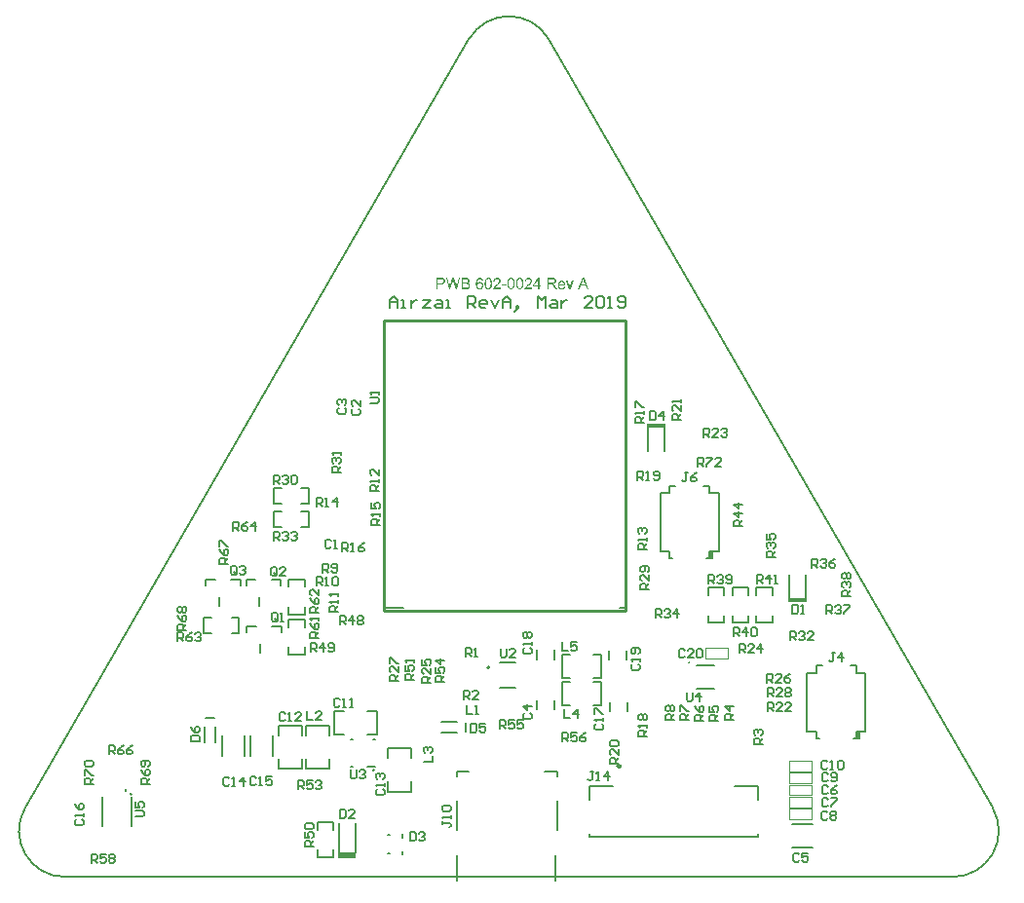
<source format=gto>
G04*
G04 #@! TF.GenerationSoftware,Altium Limited,Altium Designer,19.0.12 (326)*
G04*
G04 Layer_Color=65535*
%FSLAX44Y44*%
%MOMM*%
G71*
G01*
G75*
%ADD10C,0.2000*%
%ADD11C,0.2540*%
%ADD12C,0.0000*%
%ADD13C,0.2500*%
%ADD14C,0.1981*%
%ADD15C,0.1778*%
%ADD16C,0.1270*%
%ADD17C,0.1000*%
%ADD18C,0.1700*%
%ADD19C,0.1524*%
%ADD20R,0.4000X0.6980*%
%ADD21R,0.2000X0.8250*%
%ADD22R,1.5240X0.5080*%
G36*
X633858Y199376D02*
X649858D01*
Y202376D01*
X633858D01*
Y199376D01*
D02*
G37*
G36*
X527430Y354598D02*
X511430D01*
Y351598D01*
X527430D01*
Y354598D01*
D02*
G37*
G36*
X366174Y481207D02*
X366272D01*
X366385Y481193D01*
X366653Y481137D01*
X366949Y481066D01*
X367259Y480954D01*
X367569Y480784D01*
X367724Y480686D01*
X367865Y480573D01*
X367879Y480559D01*
X367893Y480545D01*
X367936Y480503D01*
X367978Y480460D01*
X368048Y480390D01*
X368105Y480305D01*
X368260Y480108D01*
X368415Y479854D01*
X368556Y479544D01*
X368683Y479191D01*
X368767Y478797D01*
X367569Y478698D01*
Y478712D01*
X367555Y478726D01*
X367541Y478811D01*
X367499Y478938D01*
X367442Y479093D01*
X367386Y479262D01*
X367301Y479431D01*
X367203Y479586D01*
X367104Y479713D01*
X367076Y479741D01*
X367019Y479798D01*
X366921Y479882D01*
X366780Y479981D01*
X366596Y480065D01*
X366399Y480150D01*
X366159Y480206D01*
X365906Y480235D01*
X365807D01*
X365694Y480220D01*
X365567Y480192D01*
X365398Y480150D01*
X365229Y480094D01*
X365060Y480023D01*
X364891Y479910D01*
X364863Y479896D01*
X364792Y479840D01*
X364693Y479741D01*
X364566Y479600D01*
X364426Y479431D01*
X364270Y479234D01*
X364129Y478980D01*
X363988Y478698D01*
Y478684D01*
X363974Y478656D01*
X363960Y478614D01*
X363932Y478557D01*
X363918Y478473D01*
X363890Y478374D01*
X363862Y478261D01*
X363833Y478120D01*
X363791Y477965D01*
X363763Y477796D01*
X363735Y477613D01*
X363721Y477415D01*
X363692Y477190D01*
X363678Y476964D01*
X363664Y476710D01*
Y476457D01*
X363678Y476471D01*
X363735Y476555D01*
X363833Y476668D01*
X363960Y476809D01*
X364101Y476978D01*
X364285Y477133D01*
X364482Y477288D01*
X364707Y477429D01*
X364721D01*
X364736Y477443D01*
X364820Y477486D01*
X364947Y477528D01*
X365116Y477598D01*
X365314Y477655D01*
X365539Y477697D01*
X365779Y477739D01*
X366032Y477754D01*
X366145D01*
X366230Y477739D01*
X366343Y477725D01*
X366455Y477711D01*
X366596Y477683D01*
X366737Y477641D01*
X367062Y477542D01*
X367231Y477472D01*
X367400Y477373D01*
X367569Y477274D01*
X367752Y477161D01*
X367921Y477020D01*
X368077Y476865D01*
X368091Y476851D01*
X368119Y476823D01*
X368161Y476781D01*
X368204Y476710D01*
X368274Y476612D01*
X368344Y476513D01*
X368415Y476386D01*
X368499Y476245D01*
X368584Y476090D01*
X368655Y475921D01*
X368725Y475724D01*
X368796Y475526D01*
X368838Y475315D01*
X368880Y475075D01*
X368908Y474836D01*
X368922Y474582D01*
Y474568D01*
Y474539D01*
Y474497D01*
Y474427D01*
X368908Y474342D01*
Y474258D01*
X368866Y474032D01*
X368824Y473764D01*
X368753Y473482D01*
X368655Y473172D01*
X368514Y472876D01*
Y472862D01*
X368499Y472848D01*
X368471Y472805D01*
X368443Y472749D01*
X368358Y472608D01*
X368232Y472425D01*
X368077Y472228D01*
X367893Y472030D01*
X367668Y471833D01*
X367428Y471664D01*
X367414D01*
X367400Y471650D01*
X367358Y471621D01*
X367301Y471607D01*
X367160Y471537D01*
X366977Y471466D01*
X366737Y471382D01*
X366469Y471325D01*
X366174Y471269D01*
X365849Y471255D01*
X365779D01*
X365708Y471269D01*
X365596D01*
X365469Y471283D01*
X365328Y471311D01*
X365159Y471353D01*
X364989Y471396D01*
X364792Y471452D01*
X364595Y471523D01*
X364397Y471607D01*
X364186Y471720D01*
X363988Y471847D01*
X363791Y471988D01*
X363594Y472157D01*
X363410Y472354D01*
X363396Y472369D01*
X363368Y472411D01*
X363326Y472467D01*
X363270Y472566D01*
X363185Y472693D01*
X363115Y472834D01*
X363030Y473017D01*
X362945Y473214D01*
X362847Y473454D01*
X362762Y473722D01*
X362692Y474018D01*
X362621Y474342D01*
X362551Y474709D01*
X362508Y475103D01*
X362480Y475526D01*
X362466Y475977D01*
Y475991D01*
Y476006D01*
Y476048D01*
Y476104D01*
X362480Y476245D01*
Y476442D01*
X362494Y476668D01*
X362522Y476936D01*
X362551Y477232D01*
X362593Y477556D01*
X362649Y477880D01*
X362720Y478233D01*
X362804Y478571D01*
X362903Y478909D01*
X363030Y479234D01*
X363171Y479544D01*
X363326Y479840D01*
X363509Y480094D01*
X363523Y480108D01*
X363551Y480136D01*
X363608Y480192D01*
X363678Y480277D01*
X363763Y480362D01*
X363876Y480446D01*
X364017Y480559D01*
X364158Y480658D01*
X364327Y480756D01*
X364510Y480869D01*
X364721Y480954D01*
X364933Y481052D01*
X365173Y481123D01*
X365426Y481179D01*
X365694Y481207D01*
X365976Y481221D01*
X366089D01*
X366174Y481207D01*
D02*
G37*
G36*
X388842Y474356D02*
X385134D01*
Y475554D01*
X388842D01*
Y474356D01*
D02*
G37*
G36*
X444764Y471424D02*
X443622D01*
X440958Y478501D01*
X442227D01*
X443749Y474258D01*
Y474243D01*
X443763Y474229D01*
X443778Y474187D01*
X443792Y474145D01*
X443834Y474004D01*
X443890Y473820D01*
X443961Y473609D01*
X444045Y473369D01*
X444116Y473102D01*
X444200Y472834D01*
X444215Y472862D01*
X444229Y472932D01*
X444271Y473045D01*
X444313Y473214D01*
X444384Y473398D01*
X444454Y473637D01*
X444553Y473891D01*
X444651Y474173D01*
X446216Y478501D01*
X447457D01*
X444764Y471424D01*
D02*
G37*
G36*
X346240D02*
X344972D01*
X342928Y478853D01*
Y478867D01*
X342914Y478895D01*
X342899Y478938D01*
X342885Y479008D01*
X342843Y479163D01*
X342801Y479347D01*
X342744Y479544D01*
X342688Y479727D01*
X342646Y479882D01*
X342631Y479953D01*
X342617Y479995D01*
Y479981D01*
X342603Y479967D01*
X342589Y479882D01*
X342561Y479755D01*
X342519Y479600D01*
X342477Y479431D01*
X342420Y479234D01*
X342378Y479036D01*
X342321Y478853D01*
X340263Y471424D01*
X338910D01*
X336358Y481179D01*
X337698D01*
X339150Y474779D01*
Y474765D01*
X339164Y474737D01*
X339178Y474680D01*
X339192Y474610D01*
X339206Y474511D01*
X339234Y474413D01*
X339262Y474286D01*
X339291Y474145D01*
X339361Y473849D01*
X339431Y473510D01*
X339502Y473144D01*
X339572Y472777D01*
Y472791D01*
X339587Y472848D01*
X339615Y472918D01*
X339629Y473031D01*
X339657Y473144D01*
X339699Y473285D01*
X339770Y473595D01*
X339854Y473905D01*
X339883Y474060D01*
X339925Y474201D01*
X339953Y474328D01*
X339981Y474441D01*
X340009Y474525D01*
X340024Y474582D01*
X341870Y481179D01*
X343435D01*
X344817Y476231D01*
Y476217D01*
X344845Y476147D01*
X344873Y476048D01*
X344901Y475921D01*
X344943Y475752D01*
X345000Y475569D01*
X345056Y475357D01*
X345113Y475117D01*
X345183Y474850D01*
X345239Y474582D01*
X345366Y474004D01*
X345493Y473398D01*
X345592Y472777D01*
Y472791D01*
X345606Y472820D01*
Y472876D01*
X345634Y472947D01*
X345648Y473031D01*
X345676Y473130D01*
X345691Y473257D01*
X345733Y473398D01*
X345803Y473708D01*
X345888Y474074D01*
X345973Y474469D01*
X346085Y474906D01*
X347608Y481179D01*
X348919D01*
X346240Y471424D01*
D02*
G37*
G36*
X460525D02*
X459059D01*
X457917Y474384D01*
X453829D01*
X452771Y471424D01*
X451404D01*
X455126Y481179D01*
X456535D01*
X460525Y471424D01*
D02*
G37*
G36*
X429088Y481165D02*
X429215D01*
X429511Y481151D01*
X429822Y481109D01*
X430160Y481066D01*
X430470Y480996D01*
X430625Y480954D01*
X430752Y480911D01*
X430766D01*
X430780Y480897D01*
X430865Y480855D01*
X430992Y480798D01*
X431147Y480700D01*
X431316Y480573D01*
X431499Y480404D01*
X431668Y480206D01*
X431837Y479981D01*
Y479967D01*
X431851Y479953D01*
X431908Y479868D01*
X431964Y479727D01*
X432049Y479544D01*
X432119Y479332D01*
X432190Y479079D01*
X432232Y478811D01*
X432246Y478515D01*
Y478501D01*
Y478473D01*
Y478416D01*
X432232Y478346D01*
Y478247D01*
X432218Y478148D01*
X432162Y477909D01*
X432077Y477627D01*
X431964Y477331D01*
X431795Y477035D01*
X431682Y476894D01*
X431570Y476753D01*
X431555Y476739D01*
X431541Y476725D01*
X431499Y476682D01*
X431443Y476640D01*
X431372Y476584D01*
X431288Y476527D01*
X431175Y476457D01*
X431062Y476372D01*
X430921Y476302D01*
X430766Y476231D01*
X430597Y476147D01*
X430414Y476076D01*
X430202Y476020D01*
X429991Y475949D01*
X429751Y475907D01*
X429497Y475865D01*
X429525Y475850D01*
X429582Y475822D01*
X429666Y475766D01*
X429779Y475709D01*
X430033Y475554D01*
X430160Y475456D01*
X430273Y475371D01*
X430301Y475343D01*
X430371Y475272D01*
X430484Y475160D01*
X430625Y475019D01*
X430780Y474821D01*
X430963Y474610D01*
X431147Y474356D01*
X431344Y474074D01*
X433022Y471424D01*
X431414D01*
X430132Y473454D01*
Y473468D01*
X430103Y473496D01*
X430075Y473539D01*
X430033Y473595D01*
X429934Y473750D01*
X429807Y473947D01*
X429652Y474159D01*
X429497Y474384D01*
X429342Y474596D01*
X429201Y474793D01*
X429187Y474807D01*
X429145Y474864D01*
X429074Y474948D01*
X428976Y475047D01*
X428764Y475258D01*
X428651Y475357D01*
X428539Y475442D01*
X428525Y475456D01*
X428496Y475470D01*
X428440Y475498D01*
X428355Y475540D01*
X428271Y475583D01*
X428172Y475625D01*
X427947Y475695D01*
X427933D01*
X427904Y475709D01*
X427848D01*
X427777Y475724D01*
X427679Y475738D01*
X427566D01*
X427411Y475752D01*
X425747D01*
Y471424D01*
X424450D01*
Y481179D01*
X428976D01*
X429088Y481165D01*
D02*
G37*
G36*
X417599Y474864D02*
X418924D01*
Y473764D01*
X417599D01*
Y471424D01*
X416401D01*
Y473764D01*
X412158D01*
Y474864D01*
X416627Y481179D01*
X417599D01*
Y474864D01*
D02*
G37*
G36*
X408450Y481207D02*
X408563Y481193D01*
X408704Y481179D01*
X408859Y481151D01*
X409014Y481123D01*
X409381Y481024D01*
X409747Y480883D01*
X409931Y480798D01*
X410114Y480700D01*
X410283Y480573D01*
X410438Y480432D01*
X410452Y480418D01*
X410480Y480404D01*
X410509Y480347D01*
X410565Y480291D01*
X410635Y480220D01*
X410706Y480122D01*
X410776Y480023D01*
X410861Y479896D01*
X411002Y479628D01*
X411143Y479290D01*
X411199Y479121D01*
X411227Y478924D01*
X411256Y478726D01*
X411270Y478515D01*
Y478487D01*
Y478416D01*
X411256Y478303D01*
X411242Y478148D01*
X411213Y477979D01*
X411157Y477782D01*
X411101Y477570D01*
X411016Y477359D01*
X411002Y477331D01*
X410974Y477260D01*
X410917Y477147D01*
X410833Y476992D01*
X410720Y476823D01*
X410579Y476612D01*
X410410Y476400D01*
X410213Y476161D01*
X410184Y476132D01*
X410114Y476048D01*
X410043Y475977D01*
X409973Y475907D01*
X409888Y475822D01*
X409776Y475709D01*
X409663Y475597D01*
X409522Y475470D01*
X409381Y475329D01*
X409212Y475174D01*
X409028Y475019D01*
X408831Y474836D01*
X408605Y474652D01*
X408380Y474455D01*
X408366Y474441D01*
X408338Y474413D01*
X408281Y474370D01*
X408211Y474314D01*
X408126Y474229D01*
X408027Y474145D01*
X407802Y473961D01*
X407562Y473750D01*
X407337Y473539D01*
X407139Y473355D01*
X407055Y473285D01*
X406984Y473214D01*
X406970Y473200D01*
X406928Y473158D01*
X406872Y473102D01*
X406801Y473017D01*
X406731Y472918D01*
X406646Y472820D01*
X406477Y472580D01*
X411284D01*
Y471424D01*
X404813D01*
Y471438D01*
Y471494D01*
Y471579D01*
X404827Y471692D01*
X404842Y471819D01*
X404870Y471960D01*
X404898Y472101D01*
X404954Y472256D01*
Y472270D01*
X404968Y472284D01*
X404997Y472369D01*
X405053Y472495D01*
X405138Y472664D01*
X405250Y472862D01*
X405391Y473087D01*
X405546Y473313D01*
X405744Y473553D01*
Y473567D01*
X405772Y473581D01*
X405843Y473665D01*
X405969Y473792D01*
X406153Y473976D01*
X406364Y474187D01*
X406632Y474441D01*
X406956Y474723D01*
X407309Y475019D01*
X407323Y475033D01*
X407379Y475075D01*
X407464Y475146D01*
X407562Y475230D01*
X407689Y475343D01*
X407844Y475470D01*
X407999Y475611D01*
X408183Y475766D01*
X408535Y476104D01*
X408887Y476442D01*
X409057Y476612D01*
X409212Y476781D01*
X409353Y476936D01*
X409465Y477091D01*
Y477105D01*
X409494Y477119D01*
X409522Y477161D01*
X409550Y477218D01*
X409649Y477373D01*
X409761Y477556D01*
X409860Y477782D01*
X409959Y478021D01*
X410015Y478289D01*
X410043Y478543D01*
Y478557D01*
Y478571D01*
X410029Y478656D01*
X410015Y478797D01*
X409973Y478952D01*
X409916Y479149D01*
X409818Y479347D01*
X409691Y479544D01*
X409522Y479741D01*
X409494Y479769D01*
X409423Y479826D01*
X409324Y479896D01*
X409169Y479995D01*
X408972Y480080D01*
X408746Y480164D01*
X408479Y480220D01*
X408183Y480235D01*
X408098D01*
X408042Y480220D01*
X407872Y480206D01*
X407675Y480164D01*
X407464Y480108D01*
X407224Y480009D01*
X406998Y479882D01*
X406787Y479713D01*
X406759Y479685D01*
X406702Y479614D01*
X406618Y479502D01*
X406533Y479332D01*
X406435Y479135D01*
X406350Y478881D01*
X406294Y478599D01*
X406265Y478275D01*
X405039Y478402D01*
Y478416D01*
X405053Y478458D01*
Y478529D01*
X405067Y478628D01*
X405095Y478740D01*
X405123Y478867D01*
X405166Y479022D01*
X405208Y479177D01*
X405321Y479516D01*
X405490Y479854D01*
X405589Y480023D01*
X405716Y480192D01*
X405843Y480347D01*
X405983Y480488D01*
X405998Y480503D01*
X406026Y480517D01*
X406068Y480559D01*
X406138Y480601D01*
X406223Y480658D01*
X406322Y480714D01*
X406435Y480784D01*
X406576Y480855D01*
X406731Y480925D01*
X406900Y480996D01*
X407083Y481052D01*
X407280Y481109D01*
X407492Y481151D01*
X407717Y481193D01*
X407957Y481207D01*
X408211Y481221D01*
X408352D01*
X408450Y481207D01*
D02*
G37*
G36*
X381159D02*
X381271Y481193D01*
X381412Y481179D01*
X381567Y481151D01*
X381722Y481123D01*
X382089Y481024D01*
X382455Y480883D01*
X382639Y480798D01*
X382822Y480700D01*
X382991Y480573D01*
X383146Y480432D01*
X383160Y480418D01*
X383189Y480404D01*
X383217Y480347D01*
X383273Y480291D01*
X383344Y480220D01*
X383414Y480122D01*
X383485Y480023D01*
X383569Y479896D01*
X383710Y479628D01*
X383851Y479290D01*
X383908Y479121D01*
X383936Y478924D01*
X383964Y478726D01*
X383978Y478515D01*
Y478487D01*
Y478416D01*
X383964Y478303D01*
X383950Y478148D01*
X383922Y477979D01*
X383865Y477782D01*
X383809Y477570D01*
X383724Y477359D01*
X383710Y477331D01*
X383682Y477260D01*
X383626Y477147D01*
X383541Y476992D01*
X383428Y476823D01*
X383287Y476612D01*
X383118Y476400D01*
X382921Y476161D01*
X382893Y476132D01*
X382822Y476048D01*
X382752Y475977D01*
X382681Y475907D01*
X382597Y475822D01*
X382484Y475709D01*
X382371Y475597D01*
X382230Y475470D01*
X382089Y475329D01*
X381920Y475174D01*
X381737Y475019D01*
X381539Y474836D01*
X381314Y474652D01*
X381088Y474455D01*
X381074Y474441D01*
X381046Y474413D01*
X380989Y474370D01*
X380919Y474314D01*
X380834Y474229D01*
X380736Y474145D01*
X380510Y473961D01*
X380271Y473750D01*
X380045Y473539D01*
X379848Y473355D01*
X379763Y473285D01*
X379692Y473214D01*
X379678Y473200D01*
X379636Y473158D01*
X379580Y473102D01*
X379509Y473017D01*
X379439Y472918D01*
X379354Y472820D01*
X379185Y472580D01*
X383992D01*
Y471424D01*
X377522D01*
Y471438D01*
Y471494D01*
Y471579D01*
X377536Y471692D01*
X377550Y471819D01*
X377578Y471960D01*
X377606Y472101D01*
X377663Y472256D01*
Y472270D01*
X377677Y472284D01*
X377705Y472369D01*
X377761Y472495D01*
X377846Y472664D01*
X377959Y472862D01*
X378100Y473087D01*
X378255Y473313D01*
X378452Y473553D01*
Y473567D01*
X378480Y473581D01*
X378551Y473665D01*
X378678Y473792D01*
X378861Y473976D01*
X379072Y474187D01*
X379340Y474441D01*
X379664Y474723D01*
X380017Y475019D01*
X380031Y475033D01*
X380087Y475075D01*
X380172Y475146D01*
X380271Y475230D01*
X380397Y475343D01*
X380552Y475470D01*
X380708Y475611D01*
X380891Y475766D01*
X381243Y476104D01*
X381596Y476442D01*
X381765Y476612D01*
X381920Y476781D01*
X382061Y476936D01*
X382174Y477091D01*
Y477105D01*
X382202Y477119D01*
X382230Y477161D01*
X382258Y477218D01*
X382357Y477373D01*
X382470Y477556D01*
X382568Y477782D01*
X382667Y478021D01*
X382723Y478289D01*
X382752Y478543D01*
Y478557D01*
Y478571D01*
X382738Y478656D01*
X382723Y478797D01*
X382681Y478952D01*
X382625Y479149D01*
X382526Y479347D01*
X382399Y479544D01*
X382230Y479741D01*
X382202Y479769D01*
X382131Y479826D01*
X382033Y479896D01*
X381878Y479995D01*
X381680Y480080D01*
X381455Y480164D01*
X381187Y480220D01*
X380891Y480235D01*
X380806D01*
X380750Y480220D01*
X380581Y480206D01*
X380383Y480164D01*
X380172Y480108D01*
X379932Y480009D01*
X379707Y479882D01*
X379495Y479713D01*
X379467Y479685D01*
X379411Y479614D01*
X379326Y479502D01*
X379241Y479332D01*
X379143Y479135D01*
X379058Y478881D01*
X379002Y478599D01*
X378974Y478275D01*
X377747Y478402D01*
Y478416D01*
X377761Y478458D01*
Y478529D01*
X377775Y478628D01*
X377803Y478740D01*
X377832Y478867D01*
X377874Y479022D01*
X377916Y479177D01*
X378029Y479516D01*
X378198Y479854D01*
X378297Y480023D01*
X378424Y480192D01*
X378551Y480347D01*
X378692Y480488D01*
X378706Y480503D01*
X378734Y480517D01*
X378776Y480559D01*
X378847Y480601D01*
X378931Y480658D01*
X379030Y480714D01*
X379143Y480784D01*
X379284Y480855D01*
X379439Y480925D01*
X379608Y480996D01*
X379791Y481052D01*
X379989Y481109D01*
X380200Y481151D01*
X380426Y481193D01*
X380665Y481207D01*
X380919Y481221D01*
X381060D01*
X381159Y481207D01*
D02*
G37*
G36*
X354008Y481165D02*
X354121D01*
X354374Y481137D01*
X354656Y481109D01*
X354952Y481052D01*
X355248Y480982D01*
X355516Y480883D01*
X355530D01*
X355544Y480869D01*
X355629Y480827D01*
X355756Y480756D01*
X355897Y480658D01*
X356066Y480531D01*
X356249Y480376D01*
X356418Y480178D01*
X356573Y479967D01*
X356588Y479939D01*
X356630Y479854D01*
X356700Y479741D01*
X356771Y479572D01*
X356841Y479375D01*
X356912Y479163D01*
X356954Y478924D01*
X356968Y478684D01*
Y478656D01*
Y478585D01*
X356954Y478458D01*
X356926Y478303D01*
X356884Y478120D01*
X356813Y477923D01*
X356729Y477725D01*
X356616Y477514D01*
X356602Y477486D01*
X356559Y477429D01*
X356475Y477317D01*
X356362Y477204D01*
X356221Y477063D01*
X356052Y476908D01*
X355840Y476767D01*
X355601Y476626D01*
X355615D01*
X355643Y476612D01*
X355685Y476598D01*
X355742Y476569D01*
X355911Y476513D01*
X356108Y476414D01*
X356320Y476287D01*
X356559Y476132D01*
X356771Y475949D01*
X356968Y475724D01*
X356982Y475695D01*
X357039Y475611D01*
X357123Y475484D01*
X357208Y475315D01*
X357292Y475089D01*
X357377Y474850D01*
X357433Y474568D01*
X357448Y474258D01*
Y474243D01*
Y474229D01*
Y474145D01*
X357433Y474004D01*
X357405Y473835D01*
X357377Y473637D01*
X357321Y473426D01*
X357250Y473200D01*
X357151Y472975D01*
X357137Y472947D01*
X357095Y472876D01*
X357039Y472777D01*
X356954Y472636D01*
X356841Y472495D01*
X356729Y472340D01*
X356588Y472185D01*
X356432Y472058D01*
X356418Y472044D01*
X356362Y472002D01*
X356263Y471946D01*
X356136Y471889D01*
X355981Y471805D01*
X355798Y471720D01*
X355601Y471650D01*
X355361Y471579D01*
X355333D01*
X355248Y471551D01*
X355107Y471537D01*
X354924Y471509D01*
X354699Y471480D01*
X354431Y471452D01*
X354135Y471438D01*
X353796Y471424D01*
X350075D01*
Y481179D01*
X353909D01*
X354008Y481165D01*
D02*
G37*
G36*
X332383D02*
X332623Y481151D01*
X332876Y481137D01*
X333116Y481109D01*
X333327Y481080D01*
X333356D01*
X333454Y481052D01*
X333581Y481024D01*
X333750Y480982D01*
X333934Y480911D01*
X334131Y480827D01*
X334342Y480728D01*
X334526Y480615D01*
X334554Y480601D01*
X334610Y480559D01*
X334695Y480474D01*
X334808Y480376D01*
X334935Y480249D01*
X335061Y480080D01*
X335202Y479896D01*
X335315Y479685D01*
X335329Y479657D01*
X335358Y479586D01*
X335414Y479459D01*
X335470Y479290D01*
X335513Y479093D01*
X335569Y478867D01*
X335597Y478614D01*
X335611Y478346D01*
Y478331D01*
Y478289D01*
Y478233D01*
X335597Y478134D01*
X335583Y478036D01*
X335569Y477909D01*
X335541Y477768D01*
X335513Y477613D01*
X335414Y477288D01*
X335358Y477119D01*
X335273Y476936D01*
X335174Y476753D01*
X335075Y476584D01*
X334949Y476414D01*
X334808Y476245D01*
X334794Y476231D01*
X334765Y476203D01*
X334723Y476161D01*
X334653Y476118D01*
X334568Y476048D01*
X334455Y475977D01*
X334314Y475893D01*
X334159Y475822D01*
X333976Y475738D01*
X333764Y475653D01*
X333539Y475583D01*
X333271Y475526D01*
X332989Y475470D01*
X332679Y475428D01*
X332327Y475399D01*
X331960Y475385D01*
X329465D01*
Y471424D01*
X328168D01*
Y481179D01*
X332172D01*
X332383Y481165D01*
D02*
G37*
G36*
X437251Y478642D02*
X437363Y478628D01*
X437504Y478599D01*
X437659Y478571D01*
X437843Y478529D01*
X438012Y478487D01*
X438209Y478416D01*
X438392Y478346D01*
X438590Y478247D01*
X438787Y478134D01*
X438984Y478007D01*
X439168Y477852D01*
X439337Y477683D01*
X439351Y477669D01*
X439379Y477641D01*
X439422Y477584D01*
X439478Y477500D01*
X439548Y477401D01*
X439619Y477288D01*
X439703Y477147D01*
X439788Y476978D01*
X439873Y476795D01*
X439957Y476598D01*
X440028Y476372D01*
X440098Y476132D01*
X440155Y475865D01*
X440197Y475583D01*
X440225Y475287D01*
X440239Y474962D01*
Y474948D01*
Y474892D01*
Y474793D01*
X440225Y474652D01*
X434939D01*
Y474638D01*
Y474596D01*
X434953Y474539D01*
Y474455D01*
X434967Y474356D01*
X434995Y474243D01*
X435037Y473990D01*
X435122Y473708D01*
X435235Y473398D01*
X435390Y473116D01*
X435587Y472862D01*
X435601D01*
X435615Y472834D01*
X435700Y472763D01*
X435827Y472664D01*
X435996Y472566D01*
X436222Y472453D01*
X436475Y472354D01*
X436757Y472284D01*
X436912Y472270D01*
X437081Y472256D01*
X437194D01*
X437321Y472270D01*
X437476Y472298D01*
X437645Y472340D01*
X437843Y472397D01*
X438026Y472481D01*
X438209Y472594D01*
X438223Y472608D01*
X438294Y472664D01*
X438378Y472749D01*
X438477Y472862D01*
X438590Y473017D01*
X438717Y473214D01*
X438843Y473440D01*
X438956Y473708D01*
X440197Y473553D01*
Y473539D01*
X440183Y473510D01*
X440169Y473454D01*
X440140Y473369D01*
X440098Y473285D01*
X440056Y473172D01*
X439943Y472932D01*
X439802Y472664D01*
X439605Y472383D01*
X439379Y472115D01*
X439097Y471861D01*
X439083D01*
X439055Y471833D01*
X439013Y471805D01*
X438956Y471762D01*
X438872Y471720D01*
X438787Y471678D01*
X438674Y471621D01*
X438548Y471565D01*
X438406Y471509D01*
X438266Y471452D01*
X437913Y471368D01*
X437518Y471297D01*
X437081Y471269D01*
X436926D01*
X436828Y471283D01*
X436701Y471297D01*
X436546Y471325D01*
X436377Y471353D01*
X436193Y471382D01*
X435799Y471494D01*
X435587Y471579D01*
X435390Y471664D01*
X435178Y471776D01*
X434981Y471903D01*
X434798Y472044D01*
X434614Y472213D01*
X434600Y472228D01*
X434572Y472256D01*
X434530Y472312D01*
X434473Y472397D01*
X434403Y472495D01*
X434333Y472608D01*
X434248Y472749D01*
X434163Y472904D01*
X434079Y473087D01*
X433994Y473285D01*
X433924Y473510D01*
X433853Y473750D01*
X433797Y474004D01*
X433755Y474286D01*
X433726Y474582D01*
X433712Y474892D01*
Y474906D01*
Y474976D01*
Y475061D01*
X433726Y475188D01*
X433740Y475343D01*
X433755Y475512D01*
X433783Y475709D01*
X433825Y475907D01*
X433938Y476358D01*
X434008Y476584D01*
X434093Y476823D01*
X434206Y477049D01*
X434333Y477260D01*
X434473Y477472D01*
X434628Y477669D01*
X434643Y477683D01*
X434671Y477711D01*
X434727Y477754D01*
X434798Y477824D01*
X434882Y477895D01*
X434995Y477979D01*
X435122Y478078D01*
X435277Y478162D01*
X435432Y478261D01*
X435615Y478346D01*
X435813Y478430D01*
X436024Y478501D01*
X436250Y478571D01*
X436489Y478614D01*
X436743Y478642D01*
X437011Y478656D01*
X437152D01*
X437251Y478642D01*
D02*
G37*
G36*
X400866Y481207D02*
X401049Y481179D01*
X401261Y481137D01*
X401487Y481080D01*
X401726Y481010D01*
X401952Y480897D01*
X401966D01*
X401980Y480883D01*
X402050Y480841D01*
X402163Y480770D01*
X402304Y480672D01*
X402459Y480531D01*
X402628Y480376D01*
X402783Y480192D01*
X402938Y479981D01*
X402953Y479953D01*
X403009Y479882D01*
X403065Y479755D01*
X403164Y479572D01*
X403249Y479361D01*
X403361Y479121D01*
X403460Y478839D01*
X403545Y478529D01*
Y478515D01*
X403559Y478487D01*
X403573Y478444D01*
X403587Y478374D01*
X403601Y478289D01*
X403615Y478191D01*
X403643Y478064D01*
X403657Y477923D01*
X403686Y477768D01*
X403700Y477598D01*
X403714Y477401D01*
X403742Y477204D01*
X403756Y476978D01*
Y476753D01*
X403770Y476499D01*
Y476231D01*
Y476217D01*
Y476161D01*
Y476062D01*
Y475949D01*
X403756Y475794D01*
Y475625D01*
X403742Y475442D01*
X403728Y475244D01*
X403686Y474793D01*
X403615Y474328D01*
X403531Y473877D01*
X403474Y473665D01*
X403404Y473454D01*
Y473440D01*
X403390Y473412D01*
X403361Y473355D01*
X403333Y473285D01*
X403305Y473186D01*
X403249Y473087D01*
X403136Y472848D01*
X402995Y472594D01*
X402812Y472312D01*
X402600Y472058D01*
X402346Y471819D01*
X402332D01*
X402318Y471791D01*
X402276Y471762D01*
X402220Y471734D01*
X402149Y471692D01*
X402079Y471636D01*
X401867Y471537D01*
X401613Y471438D01*
X401317Y471339D01*
X400965Y471283D01*
X400584Y471255D01*
X400443D01*
X400345Y471269D01*
X400232Y471283D01*
X400091Y471311D01*
X399936Y471339D01*
X399767Y471382D01*
X399598Y471438D01*
X399414Y471494D01*
X399231Y471579D01*
X399048Y471678D01*
X398865Y471791D01*
X398681Y471931D01*
X398512Y472087D01*
X398357Y472256D01*
X398343Y472270D01*
X398315Y472312D01*
X398272Y472383D01*
X398202Y472495D01*
X398131Y472622D01*
X398061Y472791D01*
X397962Y472989D01*
X397878Y473214D01*
X397793Y473468D01*
X397709Y473764D01*
X397624Y474088D01*
X397553Y474455D01*
X397483Y474850D01*
X397441Y475272D01*
X397412Y475738D01*
X397398Y476231D01*
Y476245D01*
Y476302D01*
Y476400D01*
Y476513D01*
X397412Y476668D01*
Y476837D01*
X397427Y477020D01*
X397441Y477232D01*
X397483Y477669D01*
X397553Y478134D01*
X397638Y478599D01*
X397694Y478811D01*
X397751Y479022D01*
Y479036D01*
X397765Y479065D01*
X397793Y479121D01*
X397821Y479191D01*
X397850Y479290D01*
X397906Y479389D01*
X398019Y479628D01*
X398160Y479882D01*
X398343Y480150D01*
X398554Y480418D01*
X398808Y480643D01*
X398822D01*
X398836Y480672D01*
X398879Y480700D01*
X398935Y480728D01*
X399005Y480784D01*
X399090Y480827D01*
X399301Y480939D01*
X399555Y481038D01*
X399851Y481137D01*
X400204Y481193D01*
X400584Y481221D01*
X400711D01*
X400866Y481207D01*
D02*
G37*
G36*
X393282D02*
X393465Y481179D01*
X393677Y481137D01*
X393902Y481080D01*
X394142Y481010D01*
X394367Y480897D01*
X394382D01*
X394396Y480883D01*
X394466Y480841D01*
X394579Y480770D01*
X394720Y480672D01*
X394875Y480531D01*
X395044Y480376D01*
X395199Y480192D01*
X395354Y479981D01*
X395368Y479953D01*
X395425Y479882D01*
X395481Y479755D01*
X395580Y479572D01*
X395664Y479361D01*
X395777Y479121D01*
X395876Y478839D01*
X395961Y478529D01*
Y478515D01*
X395975Y478487D01*
X395989Y478444D01*
X396003Y478374D01*
X396017Y478289D01*
X396031Y478191D01*
X396059Y478064D01*
X396073Y477923D01*
X396101Y477768D01*
X396115Y477598D01*
X396130Y477401D01*
X396158Y477204D01*
X396172Y476978D01*
Y476753D01*
X396186Y476499D01*
Y476231D01*
Y476217D01*
Y476161D01*
Y476062D01*
Y475949D01*
X396172Y475794D01*
Y475625D01*
X396158Y475442D01*
X396144Y475244D01*
X396101Y474793D01*
X396031Y474328D01*
X395946Y473877D01*
X395890Y473665D01*
X395820Y473454D01*
Y473440D01*
X395805Y473412D01*
X395777Y473355D01*
X395749Y473285D01*
X395721Y473186D01*
X395664Y473087D01*
X395552Y472848D01*
X395411Y472594D01*
X395227Y472312D01*
X395016Y472058D01*
X394762Y471819D01*
X394748D01*
X394734Y471791D01*
X394692Y471762D01*
X394635Y471734D01*
X394565Y471692D01*
X394494Y471636D01*
X394283Y471537D01*
X394029Y471438D01*
X393733Y471339D01*
X393381Y471283D01*
X393000Y471255D01*
X392859D01*
X392761Y471269D01*
X392648Y471283D01*
X392507Y471311D01*
X392352Y471339D01*
X392183Y471382D01*
X392013Y471438D01*
X391830Y471494D01*
X391647Y471579D01*
X391464Y471678D01*
X391280Y471791D01*
X391097Y471931D01*
X390928Y472087D01*
X390773Y472256D01*
X390759Y472270D01*
X390731Y472312D01*
X390688Y472383D01*
X390618Y472495D01*
X390547Y472622D01*
X390477Y472791D01*
X390378Y472989D01*
X390294Y473214D01*
X390209Y473468D01*
X390124Y473764D01*
X390040Y474088D01*
X389969Y474455D01*
X389899Y474850D01*
X389856Y475272D01*
X389828Y475738D01*
X389814Y476231D01*
Y476245D01*
Y476302D01*
Y476400D01*
Y476513D01*
X389828Y476668D01*
Y476837D01*
X389842Y477020D01*
X389856Y477232D01*
X389899Y477669D01*
X389969Y478134D01*
X390054Y478599D01*
X390110Y478811D01*
X390167Y479022D01*
Y479036D01*
X390181Y479065D01*
X390209Y479121D01*
X390237Y479191D01*
X390265Y479290D01*
X390322Y479389D01*
X390434Y479628D01*
X390575Y479882D01*
X390759Y480150D01*
X390970Y480418D01*
X391224Y480643D01*
X391238D01*
X391252Y480672D01*
X391294Y480700D01*
X391351Y480728D01*
X391421Y480784D01*
X391506Y480827D01*
X391717Y480939D01*
X391971Y481038D01*
X392267Y481137D01*
X392620Y481193D01*
X393000Y481221D01*
X393127D01*
X393282Y481207D01*
D02*
G37*
G36*
X373574D02*
X373758Y481179D01*
X373969Y481137D01*
X374195Y481080D01*
X374434Y481010D01*
X374660Y480897D01*
X374674D01*
X374688Y480883D01*
X374759Y480841D01*
X374871Y480770D01*
X375012Y480672D01*
X375167Y480531D01*
X375337Y480376D01*
X375492Y480192D01*
X375647Y479981D01*
X375661Y479953D01*
X375717Y479882D01*
X375774Y479755D01*
X375872Y479572D01*
X375957Y479361D01*
X376070Y479121D01*
X376168Y478839D01*
X376253Y478529D01*
Y478515D01*
X376267Y478487D01*
X376281Y478444D01*
X376295Y478374D01*
X376309Y478289D01*
X376323Y478191D01*
X376352Y478064D01*
X376366Y477923D01*
X376394Y477768D01*
X376408Y477598D01*
X376422Y477401D01*
X376450Y477204D01*
X376464Y476978D01*
Y476753D01*
X376478Y476499D01*
Y476231D01*
Y476217D01*
Y476161D01*
Y476062D01*
Y475949D01*
X376464Y475794D01*
Y475625D01*
X376450Y475442D01*
X376436Y475244D01*
X376394Y474793D01*
X376323Y474328D01*
X376239Y473877D01*
X376182Y473665D01*
X376112Y473454D01*
Y473440D01*
X376098Y473412D01*
X376070Y473355D01*
X376041Y473285D01*
X376013Y473186D01*
X375957Y473087D01*
X375844Y472848D01*
X375703Y472594D01*
X375520Y472312D01*
X375308Y472058D01*
X375055Y471819D01*
X375041D01*
X375026Y471791D01*
X374984Y471762D01*
X374928Y471734D01*
X374857Y471692D01*
X374787Y471636D01*
X374575Y471537D01*
X374322Y471438D01*
X374025Y471339D01*
X373673Y471283D01*
X373293Y471255D01*
X373152D01*
X373053Y471269D01*
X372940Y471283D01*
X372799Y471311D01*
X372644Y471339D01*
X372475Y471382D01*
X372306Y471438D01*
X372122Y471494D01*
X371939Y471579D01*
X371756Y471678D01*
X371573Y471791D01*
X371389Y471931D01*
X371220Y472087D01*
X371065Y472256D01*
X371051Y472270D01*
X371023Y472312D01*
X370981Y472383D01*
X370910Y472495D01*
X370840Y472622D01*
X370769Y472791D01*
X370671Y472989D01*
X370586Y473214D01*
X370501Y473468D01*
X370417Y473764D01*
X370332Y474088D01*
X370262Y474455D01*
X370191Y474850D01*
X370149Y475272D01*
X370121Y475738D01*
X370107Y476231D01*
Y476245D01*
Y476302D01*
Y476400D01*
Y476513D01*
X370121Y476668D01*
Y476837D01*
X370135Y477020D01*
X370149Y477232D01*
X370191Y477669D01*
X370262Y478134D01*
X370346Y478599D01*
X370403Y478811D01*
X370459Y479022D01*
Y479036D01*
X370473Y479065D01*
X370501Y479121D01*
X370530Y479191D01*
X370558Y479290D01*
X370614Y479389D01*
X370727Y479628D01*
X370868Y479882D01*
X371051Y480150D01*
X371263Y480418D01*
X371516Y480643D01*
X371530D01*
X371544Y480672D01*
X371587Y480700D01*
X371643Y480728D01*
X371714Y480784D01*
X371798Y480827D01*
X372010Y480939D01*
X372263Y481038D01*
X372560Y481137D01*
X372912Y481193D01*
X373293Y481221D01*
X373419D01*
X373574Y481207D01*
D02*
G37*
%LPC*%
G36*
X365793Y476696D02*
X365708D01*
X365652Y476682D01*
X365511Y476668D01*
X365314Y476626D01*
X365102Y476555D01*
X364863Y476442D01*
X364637Y476302D01*
X364411Y476104D01*
X364383Y476076D01*
X364327Y476006D01*
X364228Y475879D01*
X364129Y475695D01*
X364031Y475484D01*
X363932Y475216D01*
X363876Y474920D01*
X363848Y474582D01*
Y474553D01*
Y474483D01*
X363862Y474356D01*
X363876Y474201D01*
X363904Y474018D01*
X363960Y473820D01*
X364017Y473609D01*
X364101Y473398D01*
X364115Y473369D01*
X364158Y473299D01*
X364214Y473200D01*
X364299Y473073D01*
X364397Y472947D01*
X364524Y472791D01*
X364665Y472664D01*
X364834Y472538D01*
X364863Y472524D01*
X364919Y472495D01*
X365018Y472439D01*
X365144Y472397D01*
X365285Y472340D01*
X365455Y472284D01*
X365638Y472256D01*
X365835Y472242D01*
X365906D01*
X365962Y472256D01*
X366103Y472270D01*
X366286Y472312D01*
X366484Y472397D01*
X366709Y472495D01*
X366935Y472650D01*
X367048Y472735D01*
X367146Y472848D01*
Y472862D01*
X367174Y472876D01*
X367231Y472961D01*
X367315Y473102D01*
X367428Y473285D01*
X367527Y473525D01*
X367611Y473806D01*
X367668Y474131D01*
X367696Y474511D01*
Y474525D01*
Y474553D01*
Y474610D01*
X367682Y474680D01*
Y474765D01*
X367668Y474864D01*
X367626Y475089D01*
X367569Y475343D01*
X367470Y475611D01*
X367329Y475865D01*
X367146Y476104D01*
X367118Y476132D01*
X367048Y476203D01*
X366935Y476287D01*
X366780Y476400D01*
X366582Y476513D01*
X366357Y476598D01*
X366089Y476668D01*
X365793Y476696D01*
D02*
G37*
G36*
X455802Y480164D02*
Y480150D01*
X455788Y480122D01*
Y480065D01*
X455760Y480009D01*
X455746Y479910D01*
X455718Y479812D01*
X455661Y479572D01*
X455591Y479290D01*
X455492Y478980D01*
X455393Y478642D01*
X455267Y478289D01*
X454209Y475442D01*
X457508D01*
X456493Y478120D01*
Y478134D01*
X456479Y478176D01*
X456451Y478247D01*
X456423Y478331D01*
X456380Y478430D01*
X456338Y478557D01*
X456296Y478698D01*
X456239Y478839D01*
X456127Y479163D01*
X456014Y479502D01*
X455901Y479840D01*
X455802Y480164D01*
D02*
G37*
G36*
X428821Y480094D02*
X425747D01*
Y476865D01*
X428651D01*
X428821Y476880D01*
X429018Y476894D01*
X429244Y476908D01*
X429469Y476936D01*
X429695Y476978D01*
X429892Y477035D01*
X429920Y477049D01*
X429977Y477077D01*
X430061Y477119D01*
X430174Y477176D01*
X430301Y477260D01*
X430428Y477359D01*
X430555Y477486D01*
X430653Y477627D01*
X430667Y477641D01*
X430695Y477697D01*
X430738Y477782D01*
X430794Y477895D01*
X430836Y478021D01*
X430879Y478162D01*
X430907Y478331D01*
X430921Y478501D01*
Y478515D01*
Y478529D01*
X430907Y478614D01*
X430893Y478740D01*
X430865Y478909D01*
X430794Y479079D01*
X430710Y479276D01*
X430583Y479459D01*
X430414Y479643D01*
X430385Y479657D01*
X430315Y479713D01*
X430202Y479784D01*
X430019Y479868D01*
X429807Y479953D01*
X429525Y480023D01*
X429201Y480080D01*
X428821Y480094D01*
D02*
G37*
G36*
X416401Y479234D02*
X413328Y474864D01*
X416401D01*
Y479234D01*
D02*
G37*
G36*
X353684Y480023D02*
X351372D01*
Y477091D01*
X353768D01*
X353951Y477105D01*
X354149Y477119D01*
X354346Y477133D01*
X354543Y477161D01*
X354699Y477190D01*
X354727Y477204D01*
X354783Y477218D01*
X354868Y477260D01*
X354981Y477317D01*
X355093Y477373D01*
X355220Y477458D01*
X355347Y477570D01*
X355446Y477683D01*
X355460Y477697D01*
X355488Y477739D01*
X355530Y477824D01*
X355573Y477923D01*
X355615Y478036D01*
X355657Y478176D01*
X355685Y478346D01*
X355699Y478529D01*
Y478557D01*
Y478614D01*
X355685Y478698D01*
X355671Y478811D01*
X355643Y478952D01*
X355601Y479093D01*
X355544Y479234D01*
X355460Y479375D01*
X355446Y479389D01*
X355418Y479431D01*
X355361Y479502D01*
X355291Y479572D01*
X355192Y479657D01*
X355079Y479741D01*
X354938Y479826D01*
X354783Y479882D01*
X354769D01*
X354699Y479910D01*
X354600Y479925D01*
X354445Y479953D01*
X354233Y479981D01*
X353994Y479995D01*
X353684Y480023D01*
D02*
G37*
G36*
X353937Y475935D02*
X351372D01*
Y472580D01*
X354149D01*
X354445Y472594D01*
X354572Y472608D01*
X354684Y472622D01*
X354699D01*
X354755Y472636D01*
X354840Y472650D01*
X354938Y472679D01*
X355178Y472763D01*
X355418Y472876D01*
X355432Y472890D01*
X355474Y472918D01*
X355530Y472961D01*
X355601Y473017D01*
X355671Y473102D01*
X355770Y473186D01*
X355840Y473299D01*
X355925Y473426D01*
X355939Y473440D01*
X355953Y473482D01*
X355981Y473567D01*
X356024Y473665D01*
X356066Y473778D01*
X356094Y473919D01*
X356108Y474088D01*
X356122Y474258D01*
Y474286D01*
Y474342D01*
X356108Y474455D01*
X356080Y474582D01*
X356052Y474723D01*
X355995Y474878D01*
X355925Y475033D01*
X355826Y475188D01*
X355812Y475202D01*
X355770Y475258D01*
X355714Y475329D01*
X355629Y475414D01*
X355516Y475512D01*
X355375Y475611D01*
X355220Y475695D01*
X355037Y475766D01*
X355009Y475780D01*
X354952Y475794D01*
X354825Y475822D01*
X354670Y475850D01*
X354473Y475879D01*
X354233Y475907D01*
X353937Y475935D01*
D02*
G37*
G36*
X332256Y480023D02*
X329465D01*
Y476541D01*
X332087D01*
X332186Y476555D01*
X332284D01*
X332397Y476569D01*
X332665Y476598D01*
X332961Y476654D01*
X333257Y476739D01*
X333525Y476851D01*
X333652Y476922D01*
X333750Y477006D01*
X333779Y477035D01*
X333835Y477091D01*
X333920Y477204D01*
X334018Y477345D01*
X334117Y477528D01*
X334202Y477754D01*
X334258Y478007D01*
X334286Y478303D01*
Y478317D01*
Y478331D01*
Y478402D01*
X334272Y478529D01*
X334244Y478670D01*
X334216Y478825D01*
X334159Y479008D01*
X334075Y479177D01*
X333976Y479347D01*
X333962Y479361D01*
X333920Y479417D01*
X333849Y479487D01*
X333764Y479586D01*
X333638Y479685D01*
X333497Y479769D01*
X333342Y479854D01*
X333158Y479925D01*
X333144D01*
X333088Y479939D01*
X333003Y479953D01*
X332891Y479981D01*
X332721Y479995D01*
X332510Y480009D01*
X332256Y480023D01*
D02*
G37*
G36*
X437025Y477669D02*
X436940D01*
X436884Y477655D01*
X436729Y477641D01*
X436546Y477598D01*
X436320Y477528D01*
X436081Y477429D01*
X435855Y477288D01*
X435629Y477105D01*
X435601Y477077D01*
X435545Y477006D01*
X435446Y476880D01*
X435348Y476710D01*
X435235Y476513D01*
X435136Y476259D01*
X435051Y475963D01*
X435009Y475639D01*
X438970D01*
Y475653D01*
Y475681D01*
X438956Y475724D01*
Y475780D01*
X438928Y475949D01*
X438886Y476132D01*
X438815Y476358D01*
X438745Y476569D01*
X438632Y476781D01*
X438505Y476964D01*
Y476978D01*
X438477Y476992D01*
X438406Y477077D01*
X438280Y477190D01*
X438111Y477317D01*
X437899Y477443D01*
X437645Y477556D01*
X437349Y477641D01*
X437194Y477655D01*
X437025Y477669D01*
D02*
G37*
G36*
X400570Y480235D02*
X400486D01*
X400429Y480220D01*
X400274Y480192D01*
X400091Y480150D01*
X399879Y480065D01*
X399654Y479939D01*
X399541Y479854D01*
X399428Y479769D01*
X399330Y479657D01*
X399231Y479530D01*
Y479516D01*
X399203Y479487D01*
X399175Y479431D01*
X399132Y479361D01*
X399090Y479248D01*
X399034Y479121D01*
X398991Y478966D01*
X398935Y478783D01*
X398879Y478571D01*
X398822Y478331D01*
X398766Y478064D01*
X398723Y477768D01*
X398681Y477429D01*
X398653Y477063D01*
X398639Y476668D01*
X398625Y476231D01*
Y476203D01*
Y476132D01*
Y476006D01*
X398639Y475836D01*
Y475653D01*
X398653Y475428D01*
X398667Y475188D01*
X398695Y474934D01*
X398766Y474384D01*
X398808Y474117D01*
X398865Y473863D01*
X398921Y473623D01*
X399005Y473398D01*
X399090Y473200D01*
X399189Y473031D01*
Y473017D01*
X399217Y473003D01*
X399287Y472904D01*
X399414Y472777D01*
X399569Y472636D01*
X399781Y472495D01*
X400020Y472369D01*
X400288Y472270D01*
X400429Y472256D01*
X400584Y472242D01*
X400669D01*
X400725Y472256D01*
X400866Y472284D01*
X401064Y472340D01*
X401275Y472439D01*
X401515Y472580D01*
X401628Y472664D01*
X401740Y472777D01*
X401853Y472890D01*
X401966Y473031D01*
Y473045D01*
X401994Y473073D01*
X402022Y473116D01*
X402050Y473186D01*
X402107Y473285D01*
X402149Y473412D01*
X402205Y473553D01*
X402262Y473722D01*
X402304Y473933D01*
X402360Y474159D01*
X402417Y474427D01*
X402459Y474709D01*
X402487Y475047D01*
X402516Y475399D01*
X402544Y475794D01*
Y476231D01*
Y476245D01*
Y476259D01*
Y476330D01*
Y476457D01*
X402530Y476626D01*
Y476809D01*
X402516Y477035D01*
X402501Y477274D01*
X402473Y477542D01*
X402403Y478078D01*
X402360Y478346D01*
X402304Y478599D01*
X402248Y478839D01*
X402163Y479065D01*
X402079Y479262D01*
X401980Y479431D01*
Y479445D01*
X401952Y479459D01*
X401923Y479502D01*
X401881Y479558D01*
X401754Y479685D01*
X401599Y479840D01*
X401388Y479981D01*
X401148Y480108D01*
X401021Y480164D01*
X400880Y480206D01*
X400725Y480220D01*
X400570Y480235D01*
D02*
G37*
G36*
X392986D02*
X392901D01*
X392845Y480220D01*
X392690Y480192D01*
X392507Y480150D01*
X392295Y480065D01*
X392070Y479939D01*
X391957Y479854D01*
X391844Y479769D01*
X391745Y479657D01*
X391647Y479530D01*
Y479516D01*
X391619Y479487D01*
X391590Y479431D01*
X391548Y479361D01*
X391506Y479248D01*
X391449Y479121D01*
X391407Y478966D01*
X391351Y478783D01*
X391294Y478571D01*
X391238Y478331D01*
X391182Y478064D01*
X391139Y477768D01*
X391097Y477429D01*
X391069Y477063D01*
X391055Y476668D01*
X391041Y476231D01*
Y476203D01*
Y476132D01*
Y476006D01*
X391055Y475836D01*
Y475653D01*
X391069Y475428D01*
X391083Y475188D01*
X391111Y474934D01*
X391182Y474384D01*
X391224Y474117D01*
X391280Y473863D01*
X391337Y473623D01*
X391421Y473398D01*
X391506Y473200D01*
X391604Y473031D01*
Y473017D01*
X391633Y473003D01*
X391703Y472904D01*
X391830Y472777D01*
X391985Y472636D01*
X392197Y472495D01*
X392436Y472369D01*
X392704Y472270D01*
X392845Y472256D01*
X393000Y472242D01*
X393085D01*
X393141Y472256D01*
X393282Y472284D01*
X393479Y472340D01*
X393691Y472439D01*
X393931Y472580D01*
X394043Y472664D01*
X394156Y472777D01*
X394269Y472890D01*
X394382Y473031D01*
Y473045D01*
X394410Y473073D01*
X394438Y473116D01*
X394466Y473186D01*
X394523Y473285D01*
X394565Y473412D01*
X394621Y473553D01*
X394678Y473722D01*
X394720Y473933D01*
X394776Y474159D01*
X394833Y474427D01*
X394875Y474709D01*
X394903Y475047D01*
X394931Y475399D01*
X394960Y475794D01*
Y476231D01*
Y476245D01*
Y476259D01*
Y476330D01*
Y476457D01*
X394945Y476626D01*
Y476809D01*
X394931Y477035D01*
X394917Y477274D01*
X394889Y477542D01*
X394819Y478078D01*
X394776Y478346D01*
X394720Y478599D01*
X394664Y478839D01*
X394579Y479065D01*
X394494Y479262D01*
X394396Y479431D01*
Y479445D01*
X394367Y479459D01*
X394339Y479502D01*
X394297Y479558D01*
X394170Y479685D01*
X394015Y479840D01*
X393804Y479981D01*
X393564Y480108D01*
X393437Y480164D01*
X393296Y480206D01*
X393141Y480220D01*
X392986Y480235D01*
D02*
G37*
G36*
X373278D02*
X373194D01*
X373137Y480220D01*
X372982Y480192D01*
X372799Y480150D01*
X372588Y480065D01*
X372362Y479939D01*
X372249Y479854D01*
X372136Y479769D01*
X372038Y479657D01*
X371939Y479530D01*
Y479516D01*
X371911Y479487D01*
X371883Y479431D01*
X371841Y479361D01*
X371798Y479248D01*
X371742Y479121D01*
X371699Y478966D01*
X371643Y478783D01*
X371587Y478571D01*
X371530Y478331D01*
X371474Y478064D01*
X371432Y477768D01*
X371389Y477429D01*
X371361Y477063D01*
X371347Y476668D01*
X371333Y476231D01*
Y476203D01*
Y476132D01*
Y476006D01*
X371347Y475836D01*
Y475653D01*
X371361Y475428D01*
X371375Y475188D01*
X371404Y474934D01*
X371474Y474384D01*
X371516Y474117D01*
X371573Y473863D01*
X371629Y473623D01*
X371714Y473398D01*
X371798Y473200D01*
X371897Y473031D01*
Y473017D01*
X371925Y473003D01*
X371996Y472904D01*
X372122Y472777D01*
X372277Y472636D01*
X372489Y472495D01*
X372729Y472369D01*
X372996Y472270D01*
X373137Y472256D01*
X373293Y472242D01*
X373377D01*
X373433Y472256D01*
X373574Y472284D01*
X373772Y472340D01*
X373983Y472439D01*
X374223Y472580D01*
X374336Y472664D01*
X374449Y472777D01*
X374561Y472890D01*
X374674Y473031D01*
Y473045D01*
X374702Y473073D01*
X374730Y473116D01*
X374759Y473186D01*
X374815Y473285D01*
X374857Y473412D01*
X374914Y473553D01*
X374970Y473722D01*
X375012Y473933D01*
X375069Y474159D01*
X375125Y474427D01*
X375167Y474709D01*
X375196Y475047D01*
X375224Y475399D01*
X375252Y475794D01*
Y476231D01*
Y476245D01*
Y476259D01*
Y476330D01*
Y476457D01*
X375238Y476626D01*
Y476809D01*
X375224Y477035D01*
X375210Y477274D01*
X375182Y477542D01*
X375111Y478078D01*
X375069Y478346D01*
X375012Y478599D01*
X374956Y478839D01*
X374871Y479065D01*
X374787Y479262D01*
X374688Y479431D01*
Y479445D01*
X374660Y479459D01*
X374632Y479502D01*
X374589Y479558D01*
X374463Y479685D01*
X374308Y479840D01*
X374096Y479981D01*
X373856Y480108D01*
X373730Y480164D01*
X373588Y480206D01*
X373433Y480220D01*
X373278Y480235D01*
D02*
G37*
%LPD*%
D10*
X374380Y142390D02*
G03*
X374380Y142390I-1000J0D01*
G01*
X547878Y147272D02*
G03*
X547878Y147272I-500J0D01*
G01*
X688076Y144017D02*
X692785D01*
X658495Y81279D02*
X661057D01*
X690223D02*
X692785D01*
X658495D02*
Y87248D01*
X650240D02*
X658495D01*
X650240D02*
Y138048D01*
X658495D01*
Y144017D01*
X692785Y138048D02*
Y144017D01*
Y138048D02*
X701040D01*
Y87248D02*
Y138048D01*
X692785Y87248D02*
X701040D01*
X692785Y81279D02*
Y87248D01*
X658495Y144017D02*
X663204D01*
X383140Y146890D02*
X396640D01*
X383140Y124890D02*
X396494D01*
X478910Y104458D02*
Y112458D01*
X493910Y104458D02*
Y112458D01*
X415574Y106020D02*
Y114020D01*
X430574Y106020D02*
Y114020D01*
X493148Y149416D02*
Y157416D01*
X478148Y149416D02*
Y157416D01*
X430664Y149670D02*
Y157670D01*
X415664Y149670D02*
Y157670D01*
X607329Y27754D02*
Y39754D01*
X587330D02*
X607329D01*
Y-4246D02*
Y-2246D01*
X461329Y-4246D02*
X607330D01*
X461330Y39754D02*
X481330D01*
X461330Y27754D02*
Y39754D01*
Y-4246D02*
Y-2246D01*
X185562Y178100D02*
X193562D01*
Y173100D02*
Y178100D01*
X163562D02*
X171562D01*
X163562Y173100D02*
Y178100D01*
X185054Y218582D02*
X193054D01*
Y213582D02*
Y218582D01*
X163054D02*
X171054D01*
X163054Y213582D02*
Y218582D01*
X128002Y213582D02*
Y218582D01*
X136002D01*
X158002Y213582D02*
Y218582D01*
X150002D02*
X158002D01*
X126314Y77832D02*
Y91332D01*
X135814Y77832D02*
Y91332D01*
X127254Y98552D02*
X134874D01*
X332848Y95428D02*
X346348D01*
X332848Y85928D02*
X346348D01*
X353568Y86868D02*
Y94488D01*
X345936Y-42468D02*
Y-20968D01*
Y1032D02*
Y26532D01*
Y48032D02*
Y52032D01*
X356436D01*
X431336Y-42468D02*
Y-20968D01*
X433036Y1032D02*
Y26532D01*
X422536Y52032D02*
X433036D01*
Y48032D02*
Y52032D01*
X298900Y-5176D02*
Y-2176D01*
Y-20176D02*
Y-17176D01*
X285900Y-3176D02*
X287900D01*
X285900Y-19176D02*
X287900D01*
X530987Y299974D02*
X535696D01*
X565277Y237236D02*
Y243204D01*
X573532D01*
Y294004D01*
X565277D02*
X573532D01*
X565277D02*
Y299974D01*
X530987Y294004D02*
Y299974D01*
X522732Y294004D02*
X530987D01*
X522732Y243204D02*
Y294004D01*
Y243204D02*
X530987D01*
Y237236D02*
Y243204D01*
X562716Y237236D02*
X565277D01*
X530987D02*
X533549D01*
X560568Y299974D02*
X565277D01*
X282350Y194064D02*
X299850D01*
X282350D02*
Y209064D01*
X487350Y194064D02*
X492350D01*
Y199064D01*
D11*
X58226Y35507D02*
G03*
X58226Y35507I-359J0D01*
G01*
X282350Y192024D02*
X492350D01*
X282350D02*
Y443934D01*
X282760Y444344D01*
X492350D01*
Y192024D02*
Y444344D01*
D12*
X63501Y32473D02*
G03*
X63501Y32473I-1000J0D01*
G01*
D13*
X488080Y56754D02*
G03*
X488080Y56754I-1250J0D01*
G01*
D14*
X274066Y53080D02*
G03*
X274066Y53080I-762J0D01*
G01*
D15*
X186695Y278550D02*
X193294D01*
X186695Y264715D02*
Y278550D01*
Y264715D02*
X193294D01*
X210566D02*
X217166D01*
Y278550D01*
X210566D02*
X217166D01*
X186695Y298772D02*
X193294D01*
X186695Y284937D02*
Y298772D01*
Y284937D02*
X193294D01*
X210566D02*
X217166D01*
Y298772D01*
X210566D02*
X217166D01*
X578172Y181360D02*
Y187960D01*
X564337Y181360D02*
X578172D01*
X564337D02*
Y187960D01*
Y205232D02*
Y211831D01*
X578172D01*
Y205232D02*
Y211831D01*
X620082Y181360D02*
Y187960D01*
X606247Y181360D02*
X620082D01*
X606247D02*
Y187960D01*
Y205232D02*
Y211831D01*
X620082D01*
Y205232D02*
Y211831D01*
X599508Y181360D02*
Y187960D01*
X585673Y181360D02*
X599508D01*
X585673D02*
Y187960D01*
Y205232D02*
Y211831D01*
X599508D01*
Y205232D02*
Y211831D01*
X464820Y109474D02*
X471678D01*
Y121412D01*
Y129794D01*
X464820D02*
X471678D01*
X437642D02*
X444500D01*
X437642Y121412D02*
Y129794D01*
Y109474D02*
Y121412D01*
Y109474D02*
X444500D01*
X464566Y133350D02*
X471424D01*
Y145288D01*
Y153670D01*
X464566D02*
X471424D01*
X437388D02*
X444246D01*
X437388Y145288D02*
Y153670D01*
Y133350D02*
Y145288D01*
Y133350D02*
X444246D01*
X213682Y177800D02*
Y184400D01*
X199847D02*
X213682D01*
X199847Y177800D02*
Y184400D01*
Y153929D02*
Y160528D01*
Y153929D02*
X213682D01*
Y160528D01*
X213682Y212598D02*
Y219197D01*
X199847D02*
X213682D01*
X199847Y212598D02*
Y219197D01*
Y188727D02*
Y195326D01*
Y188727D02*
X213682D01*
Y195326D01*
X150114Y172398D02*
X156713D01*
Y186233D01*
X150114D02*
X156713D01*
X126243D02*
X132842D01*
X126243Y172398D02*
Y186233D01*
Y172398D02*
X132842D01*
X634678Y202138D02*
Y223376D01*
Y202138D02*
X649021D01*
Y223376D01*
X238828Y-22479D02*
Y-15880D01*
X224993Y-22479D02*
X238828D01*
X224993D02*
Y-15880D01*
Y1392D02*
Y7992D01*
X238828D01*
Y1392D02*
Y7992D01*
X512267Y330598D02*
Y351836D01*
X526610D01*
Y330598D02*
Y351836D01*
X235458Y54712D02*
Y63348D01*
X225298Y54712D02*
X235458D01*
X215138D02*
X225298D01*
X215138D02*
Y63348D01*
Y83668D02*
Y92304D01*
X225298D01*
X235458D01*
Y83668D02*
Y92304D01*
X285496Y34646D02*
Y43282D01*
Y34646D02*
X295656D01*
X305816D01*
Y43282D01*
Y63602D02*
Y72238D01*
X295656D02*
X305816D01*
X285496D02*
X295656D01*
X285496Y63602D02*
Y72238D01*
X190754Y54712D02*
Y63348D01*
Y54712D02*
X200914D01*
X211074D01*
Y63348D01*
Y83668D02*
Y92304D01*
X200914D02*
X211074D01*
X190754D02*
X200914D01*
X190754Y83668D02*
Y92304D01*
X268224Y84582D02*
X276860D01*
Y94742D01*
Y104902D01*
X268224D02*
X276860D01*
X239268D02*
X247904D01*
X239268Y94742D02*
Y104902D01*
Y84582D02*
Y94742D01*
Y84582D02*
X247904D01*
X186695Y252984D02*
Y260602D01*
X190503D01*
X191773Y259332D01*
Y256793D01*
X190503Y255523D01*
X186695D01*
X189234D02*
X191773Y252984D01*
X194312Y259332D02*
X195582Y260602D01*
X198121D01*
X199390Y259332D01*
Y258062D01*
X198121Y256793D01*
X196851D01*
X198121D01*
X199390Y255523D01*
Y254254D01*
X198121Y252984D01*
X195582D01*
X194312Y254254D01*
X201930Y259332D02*
X203199Y260602D01*
X205738D01*
X207008Y259332D01*
Y258062D01*
X205738Y256793D01*
X204469D01*
X205738D01*
X207008Y255523D01*
Y254254D01*
X205738Y252984D01*
X203199D01*
X201930Y254254D01*
X186695Y302248D02*
Y309865D01*
X190503D01*
X191773Y308596D01*
Y306057D01*
X190503Y304787D01*
X186695D01*
X189234D02*
X191773Y302248D01*
X194312Y308596D02*
X195582Y309865D01*
X198121D01*
X199390Y308596D01*
Y307326D01*
X198121Y306057D01*
X196851D01*
X198121D01*
X199390Y304787D01*
Y303517D01*
X198121Y302248D01*
X195582D01*
X194312Y303517D01*
X201930Y308596D02*
X203199Y309865D01*
X205738D01*
X207008Y308596D01*
Y303517D01*
X205738Y302248D01*
X203199D01*
X201930Y303517D01*
Y308596D01*
X287274Y455422D02*
Y462193D01*
X290660Y465579D01*
X294045Y462193D01*
Y455422D01*
Y460500D01*
X287274D01*
X297431Y455422D02*
X300816D01*
X299123D01*
Y462193D01*
X297431D01*
X305895D02*
Y455422D01*
Y458808D01*
X307587Y460500D01*
X309280Y462193D01*
X310973D01*
X316051D02*
X322822D01*
X316051Y455422D01*
X322822D01*
X327901Y462193D02*
X331287D01*
X332979Y460500D01*
Y455422D01*
X327901D01*
X326208Y457115D01*
X327901Y458808D01*
X332979D01*
X336365Y455422D02*
X339750D01*
X338058D01*
Y462193D01*
X336365D01*
X354986Y455422D02*
Y465579D01*
X360064D01*
X361757Y463886D01*
Y460500D01*
X360064Y458808D01*
X354986D01*
X358371D02*
X361757Y455422D01*
X370221D02*
X366835D01*
X365142Y457115D01*
Y460500D01*
X366835Y462193D01*
X370221D01*
X371913Y460500D01*
Y458808D01*
X365142D01*
X375299Y462193D02*
X378685Y455422D01*
X382070Y462193D01*
X385456Y455422D02*
Y462193D01*
X388841Y465579D01*
X392227Y462193D01*
Y455422D01*
Y460500D01*
X385456D01*
X397305Y453729D02*
X398998Y455422D01*
Y457115D01*
X397305D01*
Y455422D01*
X398998D01*
X397305Y453729D01*
X395612Y452036D01*
X415926Y455422D02*
Y465579D01*
X419311Y462193D01*
X422697Y465579D01*
Y455422D01*
X427775Y462193D02*
X431161D01*
X432854Y460500D01*
Y455422D01*
X427775D01*
X426083Y457115D01*
X427775Y458808D01*
X432854D01*
X436239Y462193D02*
Y455422D01*
Y458808D01*
X437932Y460500D01*
X439625Y462193D01*
X441318D01*
X463324Y455422D02*
X456553D01*
X463324Y462193D01*
Y463886D01*
X461631Y465579D01*
X458246D01*
X456553Y463886D01*
X466710D02*
X468402Y465579D01*
X471788D01*
X473481Y463886D01*
Y457115D01*
X471788Y455422D01*
X468402D01*
X466710Y457115D01*
Y463886D01*
X476866Y455422D02*
X480252D01*
X478559D01*
Y465579D01*
X476866Y463886D01*
X485330Y457115D02*
X487023Y455422D01*
X490409D01*
X492101Y457115D01*
Y463886D01*
X490409Y465579D01*
X487023D01*
X485330Y463886D01*
Y462193D01*
X487023Y460500D01*
X492101D01*
X606718Y215900D02*
Y223517D01*
X610527D01*
X611796Y222248D01*
Y219709D01*
X610527Y218439D01*
X606718D01*
X609257D02*
X611796Y215900D01*
X618144D02*
Y223517D01*
X614336Y219709D01*
X619414D01*
X621953Y215900D02*
X624492D01*
X623223D01*
Y223517D01*
X621953Y222248D01*
X586220Y169418D02*
Y177036D01*
X590029D01*
X591298Y175766D01*
Y173227D01*
X590029Y171957D01*
X586220D01*
X588759D02*
X591298Y169418D01*
X597646D02*
Y177036D01*
X593838Y173227D01*
X598916D01*
X601455Y175766D02*
X602725Y177036D01*
X605264D01*
X606533Y175766D01*
Y170688D01*
X605264Y169418D01*
X602725D01*
X601455Y170688D01*
Y175766D01*
X564642Y215392D02*
Y223009D01*
X568451D01*
X569720Y221740D01*
Y219201D01*
X568451Y217931D01*
X564642D01*
X567181D02*
X569720Y215392D01*
X572259Y221740D02*
X573529Y223009D01*
X576068D01*
X577338Y221740D01*
Y220470D01*
X576068Y219201D01*
X574799D01*
X576068D01*
X577338Y217931D01*
Y216662D01*
X576068Y215392D01*
X573529D01*
X572259Y216662D01*
X579877D02*
X581147Y215392D01*
X583686D01*
X584955Y216662D01*
Y221740D01*
X583686Y223009D01*
X581147D01*
X579877Y221740D01*
Y220470D01*
X581147Y219201D01*
X584955D01*
X545600Y120854D02*
Y114506D01*
X546870Y113236D01*
X549409D01*
X550678Y114506D01*
Y120854D01*
X557026Y113236D02*
Y120854D01*
X553218Y117045D01*
X558296D01*
X383866Y159002D02*
Y152654D01*
X385136Y151384D01*
X387675D01*
X388944Y152654D01*
Y159002D01*
X396562Y151384D02*
X391483D01*
X396562Y156462D01*
Y157732D01*
X395292Y159002D01*
X392753D01*
X391483Y157732D01*
X615792Y117094D02*
Y124712D01*
X619601D01*
X620870Y123442D01*
Y120903D01*
X619601Y119633D01*
X615792D01*
X618331D02*
X620870Y117094D01*
X628488D02*
X623410D01*
X628488Y122172D01*
Y123442D01*
X627218Y124712D01*
X624679D01*
X623410Y123442D01*
X631027D02*
X632297Y124712D01*
X634836D01*
X636105Y123442D01*
Y122172D01*
X634836Y120903D01*
X636105Y119633D01*
Y118364D01*
X634836Y117094D01*
X632297D01*
X631027Y118364D01*
Y119633D01*
X632297Y120903D01*
X631027Y122172D01*
Y123442D01*
X632297Y120903D02*
X634836D01*
X615450Y129492D02*
Y137109D01*
X619259D01*
X620528Y135840D01*
Y133301D01*
X619259Y132031D01*
X615450D01*
X617989D02*
X620528Y129492D01*
X628146D02*
X623068D01*
X628146Y134570D01*
Y135840D01*
X626876Y137109D01*
X624337D01*
X623068Y135840D01*
X635763Y137109D02*
X633224Y135840D01*
X630685Y133301D01*
Y130762D01*
X631955Y129492D01*
X634494D01*
X635763Y130762D01*
Y132031D01*
X634494Y133301D01*
X630685D01*
X591312Y155194D02*
Y162812D01*
X595121D01*
X596390Y161542D01*
Y159003D01*
X595121Y157733D01*
X591312D01*
X593851D02*
X596390Y155194D01*
X604008D02*
X598929D01*
X604008Y160272D01*
Y161542D01*
X602738Y162812D01*
X600199D01*
X598929Y161542D01*
X610356Y155194D02*
Y162812D01*
X606547Y159003D01*
X611625D01*
X615792Y104346D02*
Y111964D01*
X619601D01*
X620870Y110694D01*
Y108155D01*
X619601Y106885D01*
X615792D01*
X618331D02*
X620870Y104346D01*
X628488D02*
X623410D01*
X628488Y109424D01*
Y110694D01*
X627218Y111964D01*
X624679D01*
X623410Y110694D01*
X636105Y104346D02*
X631027D01*
X636105Y109424D01*
Y110694D01*
X634836Y111964D01*
X632297D01*
X631027Y110694D01*
X486409Y58673D02*
X478792D01*
Y62482D01*
X480061Y63751D01*
X482601D01*
X483870Y62482D01*
Y58673D01*
Y61212D02*
X486409Y63751D01*
Y71369D02*
Y66290D01*
X481331Y71369D01*
X480061D01*
X478792Y70099D01*
Y67560D01*
X480061Y66290D01*
Y73908D02*
X478792Y75177D01*
Y77717D01*
X480061Y78986D01*
X485140D01*
X486409Y77717D01*
Y75177D01*
X485140Y73908D01*
X480061D01*
X511502Y82741D02*
X503884D01*
Y86550D01*
X505154Y87819D01*
X507693D01*
X508962Y86550D01*
Y82741D01*
Y85280D02*
X511502Y87819D01*
Y90358D02*
Y92898D01*
Y91628D01*
X503884D01*
X505154Y90358D01*
Y96706D02*
X503884Y97976D01*
Y100515D01*
X505154Y101785D01*
X506423D01*
X507693Y100515D01*
X508962Y101785D01*
X510232D01*
X511502Y100515D01*
Y97976D01*
X510232Y96706D01*
X508962D01*
X507693Y97976D01*
X506423Y96706D01*
X505154D01*
X507693Y97976D02*
Y100515D01*
X246380Y243332D02*
Y250949D01*
X250189D01*
X251458Y249680D01*
Y247141D01*
X250189Y245871D01*
X246380D01*
X248919D02*
X251458Y243332D01*
X253997D02*
X256537D01*
X255267D01*
Y250949D01*
X253997Y249680D01*
X265424Y250949D02*
X262885Y249680D01*
X260345Y247141D01*
Y244602D01*
X261615Y243332D01*
X264154D01*
X265424Y244602D01*
Y245871D01*
X264154Y247141D01*
X260345D01*
X279498Y266446D02*
X271880D01*
Y270255D01*
X273150Y271524D01*
X275689D01*
X276959Y270255D01*
Y266446D01*
Y268985D02*
X279498Y271524D01*
Y274063D02*
Y276603D01*
Y275333D01*
X271880D01*
X273150Y274063D01*
X271880Y285490D02*
Y280411D01*
X275689D01*
X274420Y282951D01*
Y284220D01*
X275689Y285490D01*
X278228D01*
X279498Y284220D01*
Y281681D01*
X278228Y280411D01*
X224028Y282702D02*
Y290319D01*
X227837D01*
X229106Y289050D01*
Y286511D01*
X227837Y285241D01*
X224028D01*
X226567D02*
X229106Y282702D01*
X231646D02*
X234185D01*
X232915D01*
Y290319D01*
X231646Y289050D01*
X241802Y282702D02*
Y290319D01*
X237994Y286511D01*
X243072D01*
X278142Y295910D02*
X270525D01*
Y299719D01*
X271794Y300988D01*
X274333D01*
X275603Y299719D01*
Y295910D01*
Y298449D02*
X278142Y300988D01*
Y303528D02*
Y306067D01*
Y304797D01*
X270525D01*
X271794Y303528D01*
X278142Y314954D02*
Y309876D01*
X273064Y314954D01*
X271794D01*
X270525Y313684D01*
Y311145D01*
X271794Y309876D01*
X243076Y190754D02*
X235459D01*
Y194563D01*
X236728Y195832D01*
X239267D01*
X240537Y194563D01*
Y190754D01*
Y193293D02*
X243076Y195832D01*
Y198372D02*
Y200911D01*
Y199641D01*
X235459D01*
X236728Y198372D01*
X243076Y204720D02*
Y207259D01*
Y205989D01*
X235459D01*
X236728Y204720D01*
X223888Y213561D02*
Y221178D01*
X227697D01*
X228966Y219909D01*
Y217370D01*
X227697Y216100D01*
X223888D01*
X226427D02*
X228966Y213561D01*
X231506D02*
X234045D01*
X232775D01*
Y221178D01*
X231506Y219909D01*
X237854D02*
X239123Y221178D01*
X241662D01*
X242932Y219909D01*
Y214830D01*
X241662Y213561D01*
X239123D01*
X237854Y214830D01*
Y219909D01*
X229222Y224991D02*
Y232609D01*
X233031D01*
X234300Y231339D01*
Y228800D01*
X233031Y227530D01*
X229222D01*
X231761D02*
X234300Y224991D01*
X236840Y226261D02*
X238109Y224991D01*
X240648D01*
X241918Y226261D01*
Y231339D01*
X240648Y232609D01*
X238109D01*
X236840Y231339D01*
Y230069D01*
X238109Y228800D01*
X241918D01*
X534902Y96670D02*
X527285D01*
Y100479D01*
X528554Y101748D01*
X531093D01*
X532363Y100479D01*
Y96670D01*
Y99209D02*
X534902Y101748D01*
X528554Y104288D02*
X527285Y105557D01*
Y108096D01*
X528554Y109366D01*
X529824D01*
X531093Y108096D01*
X532363Y109366D01*
X533633D01*
X534902Y108096D01*
Y105557D01*
X533633Y104288D01*
X532363D01*
X531093Y105557D01*
X529824Y104288D01*
X528554D01*
X531093Y105557D02*
Y108096D01*
X547204Y96648D02*
X539586D01*
Y100457D01*
X540856Y101727D01*
X543395D01*
X544665Y100457D01*
Y96648D01*
Y99187D02*
X547204Y101727D01*
X539586Y104266D02*
Y109344D01*
X540856D01*
X545934Y104266D01*
X547204D01*
X560324Y96538D02*
X552706D01*
Y100347D01*
X553976Y101616D01*
X556515D01*
X557785Y100347D01*
Y96538D01*
Y99077D02*
X560324Y101616D01*
X552706Y109234D02*
X553976Y106695D01*
X556515Y104156D01*
X559054D01*
X560324Y105425D01*
Y107964D01*
X559054Y109234D01*
X557785D01*
X556515Y107964D01*
Y104156D01*
X572971Y96538D02*
X565353D01*
Y100347D01*
X566623Y101616D01*
X569162D01*
X570432Y100347D01*
Y96538D01*
Y99077D02*
X572971Y101616D01*
X565353Y109234D02*
Y104156D01*
X569162D01*
X567893Y106695D01*
Y107964D01*
X569162Y109234D01*
X571701D01*
X572971Y107964D01*
Y105425D01*
X571701Y104156D01*
X586740Y97028D02*
X579123D01*
Y100837D01*
X580392Y102106D01*
X582931D01*
X584201Y100837D01*
Y97028D01*
Y99567D02*
X586740Y102106D01*
Y108454D02*
X579123D01*
X582931Y104646D01*
Y109724D01*
X611632Y76042D02*
X604015D01*
Y79851D01*
X605284Y81120D01*
X607823D01*
X609093Y79851D01*
Y76042D01*
Y78581D02*
X611632Y81120D01*
X605284Y83659D02*
X604015Y84929D01*
Y87468D01*
X605284Y88738D01*
X606554D01*
X607823Y87468D01*
Y86199D01*
Y87468D01*
X609093Y88738D01*
X610362D01*
X611632Y87468D01*
Y84929D01*
X610362Y83659D01*
X351950Y114808D02*
Y122425D01*
X355758D01*
X357028Y121156D01*
Y118617D01*
X355758Y117347D01*
X351950D01*
X354489D02*
X357028Y114808D01*
X364645D02*
X359567D01*
X364645Y119886D01*
Y121156D01*
X363376Y122425D01*
X360837D01*
X359567Y121156D01*
X353314Y151892D02*
Y159509D01*
X357123D01*
X358392Y158240D01*
Y155701D01*
X357123Y154431D01*
X353314D01*
X355853D02*
X358392Y151892D01*
X360932D02*
X363471D01*
X362201D01*
Y159509D01*
X360932Y158240D01*
X437134Y164590D02*
Y156972D01*
X442212D01*
X449830Y164590D02*
X444752D01*
Y160781D01*
X447291Y162050D01*
X448560D01*
X449830Y160781D01*
Y158242D01*
X448560Y156972D01*
X446021D01*
X444752Y158242D01*
X439166Y106170D02*
Y98552D01*
X444244D01*
X450592D02*
Y106170D01*
X446784Y102361D01*
X451862D01*
X543820Y157430D02*
X542551Y158700D01*
X540012D01*
X538742Y157430D01*
Y152352D01*
X540012Y151082D01*
X542551D01*
X543820Y152352D01*
X551438Y151082D02*
X546359D01*
X551438Y156160D01*
Y157430D01*
X550168Y158700D01*
X547629D01*
X546359Y157430D01*
X553977D02*
X555247Y158700D01*
X557786D01*
X559055Y157430D01*
Y152352D01*
X557786Y151082D01*
X555247D01*
X553977Y152352D01*
Y157430D01*
X498805Y145540D02*
X497535Y144271D01*
Y141732D01*
X498805Y140462D01*
X503883D01*
X505153Y141732D01*
Y144271D01*
X503883Y145540D01*
X505153Y148080D02*
Y150619D01*
Y149349D01*
X497535D01*
X498805Y148080D01*
X503883Y154427D02*
X505153Y155697D01*
Y158236D01*
X503883Y159506D01*
X498805D01*
X497535Y158236D01*
Y155697D01*
X498805Y154427D01*
X500075D01*
X501344Y155697D01*
Y159506D01*
X404624Y159256D02*
X403354Y157987D01*
Y155448D01*
X404624Y154178D01*
X409702D01*
X410972Y155448D01*
Y157987D01*
X409702Y159256D01*
X410972Y161796D02*
Y164335D01*
Y163065D01*
X403354D01*
X404624Y161796D01*
Y168144D02*
X403354Y169413D01*
Y171952D01*
X404624Y173222D01*
X405894D01*
X407163Y171952D01*
X408433Y173222D01*
X409702D01*
X410972Y171952D01*
Y169413D01*
X409702Y168144D01*
X408433D01*
X407163Y169413D01*
X405894Y168144D01*
X404624D01*
X407163Y169413D02*
Y171952D01*
X466854Y93470D02*
X465584Y92201D01*
Y89662D01*
X466854Y88392D01*
X471932D01*
X473202Y89662D01*
Y92201D01*
X471932Y93470D01*
X473202Y96010D02*
Y98549D01*
Y97279D01*
X465584D01*
X466854Y96010D01*
X465584Y102358D02*
Y107436D01*
X466854D01*
X471932Y102358D01*
X473202D01*
X404624Y102614D02*
X403354Y101345D01*
Y98806D01*
X404624Y97536D01*
X409702D01*
X410972Y98806D01*
Y101345D01*
X409702Y102614D01*
X410972Y108962D02*
X403354D01*
X407163Y105154D01*
Y110232D01*
X218948Y156210D02*
Y163827D01*
X222757D01*
X224026Y162558D01*
Y160019D01*
X222757Y158749D01*
X218948D01*
X221487D02*
X224026Y156210D01*
X230374D02*
Y163827D01*
X226565Y160019D01*
X231644D01*
X234183Y157480D02*
X235453Y156210D01*
X237992D01*
X239261Y157480D01*
Y162558D01*
X237992Y163827D01*
X235453D01*
X234183Y162558D01*
Y161288D01*
X235453Y160019D01*
X239261D01*
X244040Y179632D02*
Y187249D01*
X247849D01*
X249118Y185980D01*
Y183441D01*
X247849Y182171D01*
X244040D01*
X246579D02*
X249118Y179632D01*
X255466D02*
Y187249D01*
X251658Y183441D01*
X256736D01*
X259275Y185980D02*
X260545Y187249D01*
X263084D01*
X264354Y185980D01*
Y184710D01*
X263084Y183441D01*
X264354Y182171D01*
Y180901D01*
X263084Y179632D01*
X260545D01*
X259275Y180901D01*
Y182171D01*
X260545Y183441D01*
X259275Y184710D01*
Y185980D01*
X260545Y183441D02*
X263084D01*
X114557Y78486D02*
X122174D01*
Y82295D01*
X120904Y83564D01*
X115826D01*
X114557Y82295D01*
Y78486D01*
Y91182D02*
X115826Y88643D01*
X118365Y86103D01*
X120904D01*
X122174Y87373D01*
Y89912D01*
X120904Y91182D01*
X119635D01*
X118365Y89912D01*
Y86103D01*
X358140Y93977D02*
Y86360D01*
X361949D01*
X363218Y87630D01*
Y92708D01*
X361949Y93977D01*
X358140D01*
X370836D02*
X365757D01*
Y90169D01*
X368297Y91438D01*
X369566D01*
X370836Y90169D01*
Y87630D01*
X369566Y86360D01*
X367027D01*
X365757Y87630D01*
X674202Y155191D02*
X671663D01*
X672932D01*
Y148844D01*
X671663Y147574D01*
X670393D01*
X669124Y148844D01*
X680550Y147574D02*
Y155191D01*
X676741Y151383D01*
X681820D01*
X464818Y51871D02*
X462279D01*
X463549D01*
Y45524D01*
X462279Y44254D01*
X461010D01*
X459740Y45524D01*
X467357Y44254D02*
X469897D01*
X468627D01*
Y51871D01*
X467357Y50602D01*
X477514Y44254D02*
Y51871D01*
X473705Y48063D01*
X478784D01*
X316994Y60960D02*
X324612D01*
Y66038D01*
X318264Y68577D02*
X316994Y69847D01*
Y72386D01*
X318264Y73656D01*
X319534D01*
X320803Y72386D01*
Y71117D01*
Y72386D01*
X322073Y73656D01*
X323342D01*
X324612Y72386D01*
Y69847D01*
X323342Y68577D01*
X354330Y109726D02*
Y102108D01*
X359408D01*
X361948D02*
X364487D01*
X363217D01*
Y109726D01*
X361948Y108456D01*
X15197Y10613D02*
X13928Y9344D01*
Y6805D01*
X15197Y5535D01*
X20276D01*
X21545Y6805D01*
Y9344D01*
X20276Y10613D01*
X21545Y13153D02*
Y15692D01*
Y14422D01*
X13928D01*
X15197Y13153D01*
X13928Y24579D02*
X15197Y22040D01*
X17736Y19500D01*
X20276D01*
X21545Y20770D01*
Y23309D01*
X20276Y24579D01*
X19006D01*
X17736Y23309D01*
Y19500D01*
X643404Y-20068D02*
X642134Y-18799D01*
X639595D01*
X638325Y-20068D01*
Y-25146D01*
X639595Y-26416D01*
X642134D01*
X643404Y-25146D01*
X651021Y-18799D02*
X645943D01*
Y-22607D01*
X648482Y-21338D01*
X649752D01*
X651021Y-22607D01*
Y-25146D01*
X649752Y-26416D01*
X647212D01*
X645943Y-25146D01*
X243224Y368368D02*
X241954Y367099D01*
Y364560D01*
X243224Y363290D01*
X248302D01*
X249572Y364560D01*
Y367099D01*
X248302Y368368D01*
X243224Y370908D02*
X241954Y372177D01*
Y374716D01*
X243224Y375986D01*
X244493D01*
X245763Y374716D01*
Y373447D01*
Y374716D01*
X247033Y375986D01*
X248302D01*
X249572Y374716D01*
Y372177D01*
X248302Y370908D01*
X255574Y367449D02*
X254304Y366179D01*
Y363640D01*
X255574Y362370D01*
X260652D01*
X261922Y363640D01*
Y366179D01*
X260652Y367449D01*
X261922Y375066D02*
Y369988D01*
X256843Y375066D01*
X255574D01*
X254304Y373796D01*
Y371257D01*
X255574Y369988D01*
X236472Y252474D02*
X235203Y253743D01*
X232664D01*
X231394Y252474D01*
Y247396D01*
X232664Y246126D01*
X235203D01*
X236472Y247396D01*
X239011Y246126D02*
X241551D01*
X240281D01*
Y253743D01*
X239011Y252474D01*
X66458Y12921D02*
X72806D01*
X74075Y14190D01*
Y16729D01*
X72806Y17999D01*
X66458D01*
Y25617D02*
Y20538D01*
X70267D01*
X68997Y23077D01*
Y24347D01*
X70267Y25617D01*
X72806D01*
X74075Y24347D01*
Y21808D01*
X72806Y20538D01*
X253492Y53693D02*
Y47346D01*
X254762Y46076D01*
X257301D01*
X258570Y47346D01*
Y53693D01*
X261110Y52424D02*
X262379Y53693D01*
X264918D01*
X266188Y52424D01*
Y51154D01*
X264918Y49885D01*
X263649D01*
X264918D01*
X266188Y48615D01*
Y47346D01*
X264918Y46076D01*
X262379D01*
X261110Y47346D01*
X270513Y372364D02*
X276860D01*
X278130Y373634D01*
Y376173D01*
X276860Y377442D01*
X270513D01*
X278130Y379981D02*
Y382521D01*
Y381251D01*
X270513D01*
X271782Y379981D01*
X555498Y317500D02*
Y325117D01*
X559307D01*
X560576Y323848D01*
Y321309D01*
X559307Y320039D01*
X555498D01*
X558037D02*
X560576Y317500D01*
X563116Y325117D02*
X568194D01*
Y323848D01*
X563116Y318770D01*
Y317500D01*
X575811D02*
X570733D01*
X575811Y322578D01*
Y323848D01*
X574542Y325117D01*
X572003D01*
X570733Y323848D01*
X29927Y41277D02*
X22310D01*
Y45086D01*
X23579Y46355D01*
X26118D01*
X27388Y45086D01*
Y41277D01*
Y43816D02*
X29927Y46355D01*
X22310Y48895D02*
Y53973D01*
X23579D01*
X28658Y48895D01*
X29927D01*
X23579Y56512D02*
X22310Y57782D01*
Y60321D01*
X23579Y61590D01*
X28658D01*
X29927Y60321D01*
Y57782D01*
X28658Y56512D01*
X23579D01*
X79203Y41277D02*
X71586D01*
Y45086D01*
X72855Y46355D01*
X75394D01*
X76664Y45086D01*
Y41277D01*
Y43816D02*
X79203Y46355D01*
X71586Y53973D02*
X72855Y51434D01*
X75394Y48895D01*
X77934D01*
X79203Y50164D01*
Y52703D01*
X77934Y53973D01*
X76664D01*
X75394Y52703D01*
Y48895D01*
X77934Y56512D02*
X79203Y57782D01*
Y60321D01*
X77934Y61590D01*
X72855D01*
X71586Y60321D01*
Y57782D01*
X72855Y56512D01*
X74125D01*
X75394Y57782D01*
Y61590D01*
X110744Y175260D02*
X103126D01*
Y179069D01*
X104396Y180338D01*
X106935D01*
X108205Y179069D01*
Y175260D01*
Y177799D02*
X110744Y180338D01*
X103126Y187956D02*
X104396Y185417D01*
X106935Y182878D01*
X109474D01*
X110744Y184147D01*
Y186686D01*
X109474Y187956D01*
X108205D01*
X106935Y186686D01*
Y182878D01*
X104396Y190495D02*
X103126Y191765D01*
Y194304D01*
X104396Y195573D01*
X105666D01*
X106935Y194304D01*
X108205Y195573D01*
X109474D01*
X110744Y194304D01*
Y191765D01*
X109474Y190495D01*
X108205D01*
X106935Y191765D01*
X105666Y190495D01*
X104396D01*
X106935Y191765D02*
Y194304D01*
X147066Y232508D02*
X139448D01*
Y236317D01*
X140718Y237586D01*
X143257D01*
X144527Y236317D01*
Y232508D01*
Y235047D02*
X147066Y237586D01*
X139448Y245204D02*
X140718Y242665D01*
X143257Y240126D01*
X145796D01*
X147066Y241395D01*
Y243934D01*
X145796Y245204D01*
X144527D01*
X143257Y243934D01*
Y240126D01*
X139448Y247743D02*
Y252822D01*
X140718D01*
X145796Y247743D01*
X147066D01*
X43434Y67310D02*
Y74928D01*
X47243D01*
X48512Y73658D01*
Y71119D01*
X47243Y69849D01*
X43434D01*
X45973D02*
X48512Y67310D01*
X56130Y74928D02*
X53591Y73658D01*
X51052Y71119D01*
Y68580D01*
X52321Y67310D01*
X54860D01*
X56130Y68580D01*
Y69849D01*
X54860Y71119D01*
X51052D01*
X63747Y74928D02*
X61208Y73658D01*
X58669Y71119D01*
Y68580D01*
X59939Y67310D01*
X62478D01*
X63747Y68580D01*
Y69849D01*
X62478Y71119D01*
X58669D01*
X151384Y261366D02*
Y268983D01*
X155193D01*
X156462Y267714D01*
Y265175D01*
X155193Y263905D01*
X151384D01*
X153923D02*
X156462Y261366D01*
X164080Y268983D02*
X161541Y267714D01*
X159002Y265175D01*
Y262636D01*
X160271Y261366D01*
X162810D01*
X164080Y262636D01*
Y263905D01*
X162810Y265175D01*
X159002D01*
X170428Y261366D02*
Y268983D01*
X166619Y265175D01*
X171697D01*
X103124Y165354D02*
Y172971D01*
X106933D01*
X108202Y171702D01*
Y169163D01*
X106933Y167893D01*
X103124D01*
X105663D02*
X108202Y165354D01*
X115820Y172971D02*
X113281Y171702D01*
X110742Y169163D01*
Y166624D01*
X112011Y165354D01*
X114550D01*
X115820Y166624D01*
Y167893D01*
X114550Y169163D01*
X110742D01*
X118359Y171702D02*
X119629Y172971D01*
X122168D01*
X123437Y171702D01*
Y170432D01*
X122168Y169163D01*
X120898D01*
X122168D01*
X123437Y167893D01*
Y166624D01*
X122168Y165354D01*
X119629D01*
X118359Y166624D01*
X226060Y189738D02*
X218442D01*
Y193547D01*
X219712Y194816D01*
X222251D01*
X223521Y193547D01*
Y189738D01*
Y192277D02*
X226060Y194816D01*
X218442Y202434D02*
X219712Y199895D01*
X222251Y197355D01*
X224790D01*
X226060Y198625D01*
Y201164D01*
X224790Y202434D01*
X223521D01*
X222251Y201164D01*
Y197355D01*
X226060Y210051D02*
Y204973D01*
X220982Y210051D01*
X219712D01*
X218442Y208782D01*
Y206243D01*
X219712Y204973D01*
X226060Y168148D02*
X218442D01*
Y171957D01*
X219712Y173226D01*
X222251D01*
X223521Y171957D01*
Y168148D01*
Y170687D02*
X226060Y173226D01*
X218442Y180844D02*
X219712Y178305D01*
X222251Y175765D01*
X224790D01*
X226060Y177035D01*
Y179574D01*
X224790Y180844D01*
X223521D01*
X222251Y179574D01*
Y175765D01*
X226060Y183383D02*
Y185922D01*
Y184653D01*
X218442D01*
X219712Y183383D01*
X28448Y-27432D02*
Y-19814D01*
X32257D01*
X33526Y-21084D01*
Y-23623D01*
X32257Y-24893D01*
X28448D01*
X30987D02*
X33526Y-27432D01*
X41144Y-19814D02*
X36065D01*
Y-23623D01*
X38605Y-22354D01*
X39874D01*
X41144Y-23623D01*
Y-26162D01*
X39874Y-27432D01*
X37335D01*
X36065Y-26162D01*
X43683Y-21084D02*
X44953Y-19814D01*
X47492D01*
X48761Y-21084D01*
Y-22354D01*
X47492Y-23623D01*
X48761Y-24893D01*
Y-26162D01*
X47492Y-27432D01*
X44953D01*
X43683Y-26162D01*
Y-24893D01*
X44953Y-23623D01*
X43683Y-22354D01*
Y-21084D01*
X44953Y-23623D02*
X47492D01*
X437642Y77978D02*
Y85596D01*
X441451D01*
X442720Y84326D01*
Y81787D01*
X441451Y80517D01*
X437642D01*
X440181D02*
X442720Y77978D01*
X450338Y85596D02*
X445260D01*
Y81787D01*
X447799Y83056D01*
X449068D01*
X450338Y81787D01*
Y79248D01*
X449068Y77978D01*
X446529D01*
X445260Y79248D01*
X457955Y85596D02*
X455416Y84326D01*
X452877Y81787D01*
Y79248D01*
X454147Y77978D01*
X456686D01*
X457955Y79248D01*
Y80517D01*
X456686Y81787D01*
X452877D01*
X383201Y89312D02*
Y96930D01*
X387010D01*
X388279Y95660D01*
Y93121D01*
X387010Y91851D01*
X383201D01*
X385740D02*
X388279Y89312D01*
X395897Y96930D02*
X390818D01*
Y93121D01*
X393358Y94390D01*
X394627D01*
X395897Y93121D01*
Y90582D01*
X394627Y89312D01*
X392088D01*
X390818Y90582D01*
X403514Y96930D02*
X398436D01*
Y93121D01*
X400975Y94390D01*
X402245D01*
X403514Y93121D01*
Y90582D01*
X402245Y89312D01*
X399706D01*
X398436Y90582D01*
X335280Y130040D02*
X327663D01*
Y133849D01*
X328932Y135118D01*
X331471D01*
X332741Y133849D01*
Y130040D01*
Y132579D02*
X335280Y135118D01*
X327663Y142736D02*
Y137657D01*
X331471D01*
X330202Y140197D01*
Y141466D01*
X331471Y142736D01*
X334010D01*
X335280Y141466D01*
Y138927D01*
X334010Y137657D01*
X335280Y149084D02*
X327663D01*
X331471Y145275D01*
Y150353D01*
X207772Y36830D02*
Y44447D01*
X211581D01*
X212850Y43178D01*
Y40639D01*
X211581Y39369D01*
X207772D01*
X210311D02*
X212850Y36830D01*
X220468Y44447D02*
X215389D01*
Y40639D01*
X217929Y41908D01*
X219198D01*
X220468Y40639D01*
Y38100D01*
X219198Y36830D01*
X216659D01*
X215389Y38100D01*
X223007Y43178D02*
X224277Y44447D01*
X226816D01*
X228085Y43178D01*
Y41908D01*
X226816Y40639D01*
X225546D01*
X226816D01*
X228085Y39369D01*
Y38100D01*
X226816Y36830D01*
X224277D01*
X223007Y38100D01*
X308356Y131892D02*
X300739D01*
Y135701D01*
X302008Y136970D01*
X304547D01*
X305817Y135701D01*
Y131892D01*
Y134431D02*
X308356Y136970D01*
X300739Y144588D02*
Y139509D01*
X304547D01*
X303278Y142049D01*
Y143318D01*
X304547Y144588D01*
X307086D01*
X308356Y143318D01*
Y140779D01*
X307086Y139509D01*
X308356Y147127D02*
Y149666D01*
Y148397D01*
X300739D01*
X302008Y147127D01*
X221234Y-13086D02*
X213617D01*
Y-9277D01*
X214886Y-8007D01*
X217425D01*
X218695Y-9277D01*
Y-13086D01*
Y-10547D02*
X221234Y-8007D01*
X213617Y-390D02*
Y-5468D01*
X217425D01*
X216156Y-2929D01*
Y-1660D01*
X217425Y-390D01*
X219964D01*
X221234Y-1660D01*
Y-4199D01*
X219964Y-5468D01*
X214886Y2149D02*
X213617Y3419D01*
Y5958D01*
X214886Y7228D01*
X219964D01*
X221234Y5958D01*
Y3419D01*
X219964Y2149D01*
X214886D01*
X594163Y265268D02*
X586546D01*
Y269077D01*
X587816Y270346D01*
X590355D01*
X591624Y269077D01*
Y265268D01*
Y267807D02*
X594163Y270346D01*
Y276694D02*
X586546D01*
X590355Y272885D01*
Y277964D01*
X594163Y284312D02*
X586546D01*
X590355Y280503D01*
Y285581D01*
X688340Y204470D02*
X680723D01*
Y208279D01*
X681992Y209548D01*
X684531D01*
X685801Y208279D01*
Y204470D01*
Y207009D02*
X688340Y209548D01*
X681992Y212087D02*
X680723Y213357D01*
Y215896D01*
X681992Y217166D01*
X683262D01*
X684531Y215896D01*
Y214627D01*
Y215896D01*
X685801Y217166D01*
X687070D01*
X688340Y215896D01*
Y213357D01*
X687070Y212087D01*
X681992Y219705D02*
X680723Y220975D01*
Y223514D01*
X681992Y224783D01*
X683262D01*
X684531Y223514D01*
X685801Y224783D01*
X687070D01*
X688340Y223514D01*
Y220975D01*
X687070Y219705D01*
X685801D01*
X684531Y220975D01*
X683262Y219705D01*
X681992D01*
X684531Y220975D02*
Y223514D01*
X667004Y188976D02*
Y196593D01*
X670813D01*
X672082Y195324D01*
Y192785D01*
X670813Y191515D01*
X667004D01*
X669543D02*
X672082Y188976D01*
X674622Y195324D02*
X675891Y196593D01*
X678430D01*
X679700Y195324D01*
Y194054D01*
X678430Y192785D01*
X677161D01*
X678430D01*
X679700Y191515D01*
Y190246D01*
X678430Y188976D01*
X675891D01*
X674622Y190246D01*
X682239Y196593D02*
X687317D01*
Y195324D01*
X682239Y190246D01*
Y188976D01*
X654304Y229258D02*
Y236875D01*
X658113D01*
X659382Y235606D01*
Y233066D01*
X658113Y231797D01*
X654304D01*
X656843D02*
X659382Y229258D01*
X661921Y235606D02*
X663191Y236875D01*
X665730D01*
X667000Y235606D01*
Y234336D01*
X665730Y233066D01*
X664461D01*
X665730D01*
X667000Y231797D01*
Y230527D01*
X665730Y229258D01*
X663191D01*
X661921Y230527D01*
X674617Y236875D02*
X672078Y235606D01*
X669539Y233066D01*
Y230527D01*
X670809Y229258D01*
X673348D01*
X674617Y230527D01*
Y231797D01*
X673348Y233066D01*
X669539D01*
X622554Y238760D02*
X614936D01*
Y242569D01*
X616206Y243838D01*
X618745D01*
X620015Y242569D01*
Y238760D01*
Y241299D02*
X622554Y243838D01*
X616206Y246378D02*
X614936Y247647D01*
Y250186D01*
X616206Y251456D01*
X617476D01*
X618745Y250186D01*
Y248917D01*
Y250186D01*
X620015Y251456D01*
X621284D01*
X622554Y250186D01*
Y247647D01*
X621284Y246378D01*
X614936Y259073D02*
Y253995D01*
X618745D01*
X617476Y256534D01*
Y257804D01*
X618745Y259073D01*
X621284D01*
X622554Y257804D01*
Y255265D01*
X621284Y253995D01*
X518668Y185621D02*
Y193239D01*
X522477D01*
X523746Y191969D01*
Y189430D01*
X522477Y188160D01*
X518668D01*
X521207D02*
X523746Y185621D01*
X526286Y191969D02*
X527555Y193239D01*
X530094D01*
X531364Y191969D01*
Y190699D01*
X530094Y189430D01*
X528825D01*
X530094D01*
X531364Y188160D01*
Y186891D01*
X530094Y185621D01*
X527555D01*
X526286Y186891D01*
X537712Y185621D02*
Y193239D01*
X533903Y189430D01*
X538981D01*
X635508Y166370D02*
Y173988D01*
X639317D01*
X640586Y172718D01*
Y170179D01*
X639317Y168909D01*
X635508D01*
X638047D02*
X640586Y166370D01*
X643126Y172718D02*
X644395Y173988D01*
X646934D01*
X648204Y172718D01*
Y171448D01*
X646934Y170179D01*
X645665D01*
X646934D01*
X648204Y168909D01*
Y167640D01*
X646934Y166370D01*
X644395D01*
X643126Y167640D01*
X655821Y166370D02*
X650743D01*
X655821Y171448D01*
Y172718D01*
X654552Y173988D01*
X652013D01*
X650743Y172718D01*
X244856Y312420D02*
X237239D01*
Y316229D01*
X238508Y317498D01*
X241047D01*
X242317Y316229D01*
Y312420D01*
Y314959D02*
X244856Y317498D01*
X238508Y320037D02*
X237239Y321307D01*
Y323846D01*
X238508Y325116D01*
X239778D01*
X241047Y323846D01*
Y322577D01*
Y323846D01*
X242317Y325116D01*
X243586D01*
X244856Y323846D01*
Y321307D01*
X243586Y320037D01*
X244856Y327655D02*
Y330194D01*
Y328925D01*
X237239D01*
X238508Y327655D01*
X513080Y210259D02*
X505462D01*
Y214068D01*
X506732Y215337D01*
X509271D01*
X510541Y214068D01*
Y210259D01*
Y212798D02*
X513080Y215337D01*
Y222955D02*
Y217876D01*
X508002Y222955D01*
X506732D01*
X505462Y221685D01*
Y219146D01*
X506732Y217876D01*
X511810Y225494D02*
X513080Y226764D01*
Y229303D01*
X511810Y230572D01*
X506732D01*
X505462Y229303D01*
Y226764D01*
X506732Y225494D01*
X508002D01*
X509271Y226764D01*
Y230572D01*
X295148Y130810D02*
X287530D01*
Y134619D01*
X288800Y135888D01*
X291339D01*
X292609Y134619D01*
Y130810D01*
Y133349D02*
X295148Y135888D01*
Y143506D02*
Y138427D01*
X290070Y143506D01*
X288800D01*
X287530Y142236D01*
Y139697D01*
X288800Y138427D01*
X287530Y146045D02*
Y151123D01*
X288800D01*
X293878Y146045D01*
X295148D01*
X323342Y129540D02*
X315725D01*
Y133349D01*
X316994Y134618D01*
X319533D01*
X320803Y133349D01*
Y129540D01*
Y132079D02*
X323342Y134618D01*
Y142236D02*
Y137157D01*
X318264Y142236D01*
X316994D01*
X315725Y140966D01*
Y138427D01*
X316994Y137157D01*
X315725Y149853D02*
Y144775D01*
X319533D01*
X318264Y147314D01*
Y148584D01*
X319533Y149853D01*
X322072D01*
X323342Y148584D01*
Y146045D01*
X322072Y144775D01*
X560568Y342654D02*
Y350272D01*
X564377D01*
X565647Y349002D01*
Y346463D01*
X564377Y345193D01*
X560568D01*
X563107D02*
X565647Y342654D01*
X573264D02*
X568186D01*
X573264Y347733D01*
Y349002D01*
X571995Y350272D01*
X569455D01*
X568186Y349002D01*
X575803D02*
X577073Y350272D01*
X579612D01*
X580882Y349002D01*
Y347733D01*
X579612Y346463D01*
X578343D01*
X579612D01*
X580882Y345193D01*
Y343924D01*
X579612Y342654D01*
X577073D01*
X575803Y343924D01*
X540512Y357632D02*
X532895D01*
Y361441D01*
X534164Y362710D01*
X536703D01*
X537973Y361441D01*
Y357632D01*
Y360171D02*
X540512Y362710D01*
Y370328D02*
Y365249D01*
X535434Y370328D01*
X534164D01*
X532895Y369058D01*
Y366519D01*
X534164Y365249D01*
X540512Y372867D02*
Y375406D01*
Y374137D01*
X532895D01*
X534164Y372867D01*
X502666Y305562D02*
Y313179D01*
X506475D01*
X507744Y311910D01*
Y309371D01*
X506475Y308101D01*
X502666D01*
X505205D02*
X507744Y305562D01*
X510284D02*
X512823D01*
X511553D01*
Y313179D01*
X510284Y311910D01*
X516632Y306832D02*
X517901Y305562D01*
X520440D01*
X521710Y306832D01*
Y311910D01*
X520440Y313179D01*
X517901D01*
X516632Y311910D01*
Y310640D01*
X517901Y309371D01*
X521710D01*
X508254Y354838D02*
X500636D01*
Y358647D01*
X501906Y359916D01*
X504445D01*
X505715Y358647D01*
Y354838D01*
Y357377D02*
X508254Y359916D01*
Y362455D02*
Y364995D01*
Y363725D01*
X500636D01*
X501906Y362455D01*
X500636Y368803D02*
Y373882D01*
X501906D01*
X506984Y368803D01*
X508254D01*
X510894Y244982D02*
X503276D01*
Y248791D01*
X504546Y250061D01*
X507085D01*
X508355Y248791D01*
Y244982D01*
Y247522D02*
X510894Y250061D01*
Y252600D02*
Y255139D01*
Y253869D01*
X503276D01*
X504546Y252600D01*
Y258948D02*
X503276Y260217D01*
Y262757D01*
X504546Y264026D01*
X505816D01*
X507085Y262757D01*
Y261487D01*
Y262757D01*
X508355Y264026D01*
X509624D01*
X510894Y262757D01*
Y260217D01*
X509624Y258948D01*
X154430Y224852D02*
Y229930D01*
X153161Y231199D01*
X150622D01*
X149352Y229930D01*
Y224852D01*
X150622Y223582D01*
X153161D01*
X151891Y226121D02*
X154430Y223582D01*
X153161D02*
X154430Y224852D01*
X156969Y229930D02*
X158239Y231199D01*
X160778D01*
X162048Y229930D01*
Y228660D01*
X160778Y227391D01*
X159509D01*
X160778D01*
X162048Y226121D01*
Y224852D01*
X160778Y223582D01*
X158239D01*
X156969Y224852D01*
X189482Y223582D02*
Y228660D01*
X188213Y229930D01*
X185674D01*
X184404Y228660D01*
Y223582D01*
X185674Y222312D01*
X188213D01*
X186943Y224851D02*
X189482Y222312D01*
X188213D02*
X189482Y223582D01*
X197100Y222312D02*
X192022D01*
X197100Y227390D01*
Y228660D01*
X195830Y229930D01*
X193291D01*
X192022Y228660D01*
X189990Y183800D02*
Y188878D01*
X188721Y190147D01*
X186182D01*
X184912Y188878D01*
Y183800D01*
X186182Y182530D01*
X188721D01*
X187451Y185069D02*
X189990Y182530D01*
X188721D02*
X189990Y183800D01*
X192530Y182530D02*
X195069D01*
X193799D01*
Y190147D01*
X192530Y188878D01*
X215646Y104240D02*
Y96622D01*
X220724D01*
X228342D02*
X223263D01*
X228342Y101700D01*
Y102970D01*
X227072Y104240D01*
X224533D01*
X223263Y102970D01*
X546440Y311656D02*
X543901D01*
X545171D01*
Y305308D01*
X543901Y304038D01*
X542631D01*
X541362Y305308D01*
X554058Y311656D02*
X551519Y310386D01*
X548979Y307847D01*
Y305308D01*
X550249Y304038D01*
X552788D01*
X554058Y305308D01*
Y306577D01*
X552788Y307847D01*
X548979D01*
X513860Y365145D02*
Y357528D01*
X517669D01*
X518938Y358798D01*
Y363876D01*
X517669Y365145D01*
X513860D01*
X525286Y357528D02*
Y365145D01*
X521478Y361337D01*
X526556D01*
X305308Y-764D02*
Y-8382D01*
X309117D01*
X310386Y-7112D01*
Y-2034D01*
X309117Y-764D01*
X305308D01*
X312925Y-2034D02*
X314195Y-764D01*
X316734D01*
X318004Y-2034D01*
Y-3304D01*
X316734Y-4573D01*
X315465D01*
X316734D01*
X318004Y-5843D01*
Y-7112D01*
X316734Y-8382D01*
X314195D01*
X312925Y-7112D01*
X244348Y19302D02*
Y11684D01*
X248157D01*
X249426Y12954D01*
Y18032D01*
X248157Y19302D01*
X244348D01*
X257044Y11684D02*
X251966D01*
X257044Y16762D01*
Y18032D01*
X255774Y19302D01*
X253235D01*
X251966Y18032D01*
X637286Y197101D02*
Y189484D01*
X641095D01*
X642364Y190754D01*
Y195832D01*
X641095Y197101D01*
X637286D01*
X644903Y189484D02*
X647443D01*
X646173D01*
Y197101D01*
X644903Y195832D01*
X171194Y46362D02*
X169925Y47632D01*
X167386D01*
X166116Y46362D01*
Y41284D01*
X167386Y40014D01*
X169925D01*
X171194Y41284D01*
X173734Y40014D02*
X176273D01*
X175003D01*
Y47632D01*
X173734Y46362D01*
X185160Y47632D02*
X180082D01*
Y43823D01*
X182621Y45092D01*
X183890D01*
X185160Y43823D01*
Y41284D01*
X183890Y40014D01*
X181351D01*
X180082Y41284D01*
X148080Y46170D02*
X146811Y47439D01*
X144272D01*
X143002Y46170D01*
Y41092D01*
X144272Y39822D01*
X146811D01*
X148080Y41092D01*
X150619Y39822D02*
X153159D01*
X151889D01*
Y47439D01*
X150619Y46170D01*
X160776Y39822D02*
Y47439D01*
X156967Y43631D01*
X162046D01*
X276862Y36828D02*
X275592Y35559D01*
Y33020D01*
X276862Y31750D01*
X281940D01*
X283210Y33020D01*
Y35559D01*
X281940Y36828D01*
X283210Y39367D02*
Y41907D01*
Y40637D01*
X275592D01*
X276862Y39367D01*
Y45715D02*
X275592Y46985D01*
Y49524D01*
X276862Y50794D01*
X278132D01*
X279401Y49524D01*
Y48255D01*
Y49524D01*
X280671Y50794D01*
X281940D01*
X283210Y49524D01*
Y46985D01*
X281940Y45715D01*
X196594Y102462D02*
X195325Y103731D01*
X192786D01*
X191516Y102462D01*
Y97384D01*
X192786Y96114D01*
X195325D01*
X196594Y97384D01*
X199133Y96114D02*
X201673D01*
X200403D01*
Y103731D01*
X199133Y102462D01*
X210560Y96114D02*
X205481D01*
X210560Y101192D01*
Y102462D01*
X209290Y103731D01*
X206751D01*
X205481Y102462D01*
X244346Y114552D02*
X243077Y115822D01*
X240538D01*
X239268Y114552D01*
Y109474D01*
X240538Y108204D01*
X243077D01*
X244346Y109474D01*
X246886Y108204D02*
X249425D01*
X248155D01*
Y115822D01*
X246886Y114552D01*
X253234Y108204D02*
X255773D01*
X254503D01*
Y115822D01*
X253234Y114552D01*
X333251Y8888D02*
Y6349D01*
Y7619D01*
X339598D01*
X340868Y6349D01*
Y5080D01*
X339598Y3810D01*
X340868Y11428D02*
Y13967D01*
Y12697D01*
X333251D01*
X334520Y11428D01*
Y17775D02*
X333251Y19045D01*
Y21584D01*
X334520Y22854D01*
X339598D01*
X340868Y21584D01*
Y19045D01*
X339598Y17775D01*
X334520D01*
X668001Y60196D02*
X666731Y61466D01*
X664192D01*
X662922Y60196D01*
Y55118D01*
X664192Y53848D01*
X666731D01*
X668001Y55118D01*
X670540Y53848D02*
X673079D01*
X671809D01*
Y61466D01*
X670540Y60196D01*
X676888D02*
X678157Y61466D01*
X680696D01*
X681966Y60196D01*
Y55118D01*
X680696Y53848D01*
X678157D01*
X676888Y55118D01*
Y60196D01*
X668495Y49630D02*
X667226Y50900D01*
X664687D01*
X663417Y49630D01*
Y44552D01*
X664687Y43282D01*
X667226D01*
X668495Y44552D01*
X671034D02*
X672304Y43282D01*
X674843D01*
X676113Y44552D01*
Y49630D01*
X674843Y50900D01*
X672304D01*
X671034Y49630D01*
Y48360D01*
X672304Y47091D01*
X676113D01*
X668018Y16254D02*
X666749Y17523D01*
X664210D01*
X662940Y16254D01*
Y11176D01*
X664210Y9906D01*
X666749D01*
X668018Y11176D01*
X670557Y16254D02*
X671827Y17523D01*
X674366D01*
X675636Y16254D01*
Y14984D01*
X674366Y13715D01*
X675636Y12445D01*
Y11176D01*
X674366Y9906D01*
X671827D01*
X670557Y11176D01*
Y12445D01*
X671827Y13715D01*
X670557Y14984D01*
Y16254D01*
X671827Y13715D02*
X674366D01*
X668495Y27684D02*
X667226Y28953D01*
X664687D01*
X663417Y27684D01*
Y22606D01*
X664687Y21336D01*
X667226D01*
X668495Y22606D01*
X671034Y28953D02*
X676113D01*
Y27684D01*
X671034Y22606D01*
Y21336D01*
X668526Y38860D02*
X667257Y40129D01*
X664718D01*
X663448Y38860D01*
Y33782D01*
X664718Y32512D01*
X667257D01*
X668526Y33782D01*
X676144Y40129D02*
X673605Y38860D01*
X671066Y36321D01*
Y33782D01*
X672335Y32512D01*
X674874D01*
X676144Y33782D01*
Y35051D01*
X674874Y36321D01*
X671066D01*
D16*
X554490Y124158D02*
X569476D01*
X554236Y144478D02*
X569222D01*
X63001Y4973D02*
Y29973D01*
X38001Y4973D02*
Y29973D01*
X-29238Y20553D02*
G03*
X5403Y-39447I34641J-20000D01*
G01*
X425762Y688636D02*
G03*
X356480Y688636I-34641J-20000D01*
G01*
X776839Y-39447D02*
G03*
X811480Y20553I0J40000D01*
G01*
X-29238D02*
X356480Y688636D01*
X425762D02*
X811480Y20553D01*
X434675Y-39447D02*
X776839D01*
X5403D02*
X434675D01*
D17*
X561592Y159392D02*
X581342D01*
X561592Y150392D02*
Y159392D01*
Y150392D02*
X581342D01*
Y159392D01*
X634818Y52396D02*
X654568D01*
Y61396D01*
X634818D02*
X654568D01*
X634818Y52396D02*
Y61396D01*
X654568Y31568D02*
Y40568D01*
X634818Y31568D02*
X654568D01*
X634818D02*
Y40568D01*
X654568D01*
Y41982D02*
Y50982D01*
X634818Y41982D02*
X654568D01*
X634818D02*
Y50982D01*
X654568D01*
Y21154D02*
Y30154D01*
X634818Y21154D02*
X654568D01*
X634818D02*
Y30154D01*
X654568D01*
Y10740D02*
Y19740D01*
X634818Y10740D02*
X654568D01*
X634818D02*
Y19740D01*
X654568D01*
D18*
X636922Y-13810D02*
X654922D01*
X636922Y6190D02*
X654922D01*
X141638Y65524D02*
Y83524D01*
X161638Y65524D02*
Y83524D01*
X186276Y65874D02*
Y83874D01*
X166276Y65874D02*
Y83874D01*
X273160Y79674D02*
X274910D01*
X253410D02*
X255160D01*
X253410Y56674D02*
X255160D01*
X268410D02*
X274910D01*
D19*
X243698Y-18064D02*
Y6936D01*
X257698Y-18064D02*
Y6936D01*
D20*
X694640Y83759D02*
D03*
X567132Y239714D02*
D03*
D21*
X174577Y158976D02*
D03*
X174069Y199461D02*
D03*
X139017D02*
D03*
D22*
X250696Y-20828D02*
D03*
M02*

</source>
